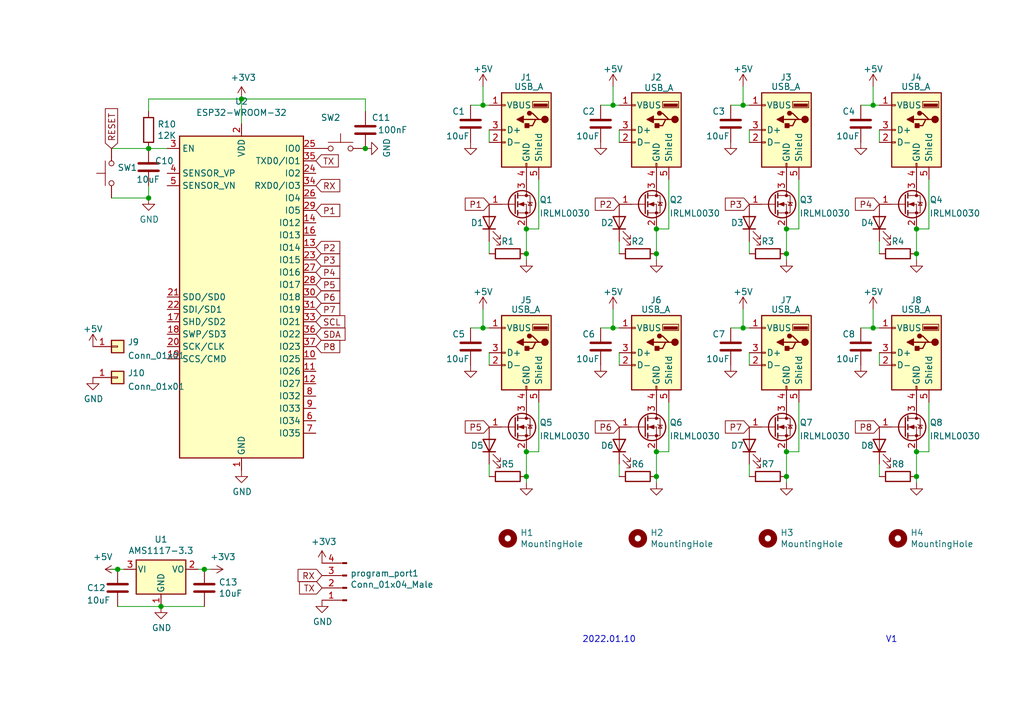
<source format=kicad_sch>
(kicad_sch (version 20211123) (generator eeschema)

  (uuid e63e39d7-6ac0-4ffd-8aa3-1841a4541b55)

  (paper "A5")

  (lib_symbols
    (symbol "Connector:Conn_01x04_Male" (pin_names (offset 1.016) hide) (in_bom yes) (on_board yes)
      (property "Reference" "J" (id 0) (at 0 5.08 0)
        (effects (font (size 1.27 1.27)))
      )
      (property "Value" "Conn_01x04_Male" (id 1) (at 0 -7.62 0)
        (effects (font (size 1.27 1.27)))
      )
      (property "Footprint" "" (id 2) (at 0 0 0)
        (effects (font (size 1.27 1.27)) hide)
      )
      (property "Datasheet" "~" (id 3) (at 0 0 0)
        (effects (font (size 1.27 1.27)) hide)
      )
      (property "ki_keywords" "connector" (id 4) (at 0 0 0)
        (effects (font (size 1.27 1.27)) hide)
      )
      (property "ki_description" "Generic connector, single row, 01x04, script generated (kicad-library-utils/schlib/autogen/connector/)" (id 5) (at 0 0 0)
        (effects (font (size 1.27 1.27)) hide)
      )
      (property "ki_fp_filters" "Connector*:*_1x??_*" (id 6) (at 0 0 0)
        (effects (font (size 1.27 1.27)) hide)
      )
      (symbol "Conn_01x04_Male_1_1"
        (polyline
          (pts
            (xy 1.27 -5.08)
            (xy 0.8636 -5.08)
          )
          (stroke (width 0.1524) (type default) (color 0 0 0 0))
          (fill (type none))
        )
        (polyline
          (pts
            (xy 1.27 -2.54)
            (xy 0.8636 -2.54)
          )
          (stroke (width 0.1524) (type default) (color 0 0 0 0))
          (fill (type none))
        )
        (polyline
          (pts
            (xy 1.27 0)
            (xy 0.8636 0)
          )
          (stroke (width 0.1524) (type default) (color 0 0 0 0))
          (fill (type none))
        )
        (polyline
          (pts
            (xy 1.27 2.54)
            (xy 0.8636 2.54)
          )
          (stroke (width 0.1524) (type default) (color 0 0 0 0))
          (fill (type none))
        )
        (rectangle (start 0.8636 -4.953) (end 0 -5.207)
          (stroke (width 0.1524) (type default) (color 0 0 0 0))
          (fill (type outline))
        )
        (rectangle (start 0.8636 -2.413) (end 0 -2.667)
          (stroke (width 0.1524) (type default) (color 0 0 0 0))
          (fill (type outline))
        )
        (rectangle (start 0.8636 0.127) (end 0 -0.127)
          (stroke (width 0.1524) (type default) (color 0 0 0 0))
          (fill (type outline))
        )
        (rectangle (start 0.8636 2.667) (end 0 2.413)
          (stroke (width 0.1524) (type default) (color 0 0 0 0))
          (fill (type outline))
        )
        (pin passive line (at 5.08 2.54 180) (length 3.81)
          (name "Pin_1" (effects (font (size 1.27 1.27))))
          (number "1" (effects (font (size 1.27 1.27))))
        )
        (pin passive line (at 5.08 0 180) (length 3.81)
          (name "Pin_2" (effects (font (size 1.27 1.27))))
          (number "2" (effects (font (size 1.27 1.27))))
        )
        (pin passive line (at 5.08 -2.54 180) (length 3.81)
          (name "Pin_3" (effects (font (size 1.27 1.27))))
          (number "3" (effects (font (size 1.27 1.27))))
        )
        (pin passive line (at 5.08 -5.08 180) (length 3.81)
          (name "Pin_4" (effects (font (size 1.27 1.27))))
          (number "4" (effects (font (size 1.27 1.27))))
        )
      )
    )
    (symbol "Connector:USB_A" (pin_names (offset 1.016)) (in_bom yes) (on_board yes)
      (property "Reference" "J" (id 0) (at -5.08 11.43 0)
        (effects (font (size 1.27 1.27)) (justify left))
      )
      (property "Value" "USB_A" (id 1) (at -5.08 8.89 0)
        (effects (font (size 1.27 1.27)) (justify left))
      )
      (property "Footprint" "" (id 2) (at 3.81 -1.27 0)
        (effects (font (size 1.27 1.27)) hide)
      )
      (property "Datasheet" " ~" (id 3) (at 3.81 -1.27 0)
        (effects (font (size 1.27 1.27)) hide)
      )
      (property "ki_keywords" "connector USB" (id 4) (at 0 0 0)
        (effects (font (size 1.27 1.27)) hide)
      )
      (property "ki_description" "USB Type A connector" (id 5) (at 0 0 0)
        (effects (font (size 1.27 1.27)) hide)
      )
      (property "ki_fp_filters" "USB*" (id 6) (at 0 0 0)
        (effects (font (size 1.27 1.27)) hide)
      )
      (symbol "USB_A_0_1"
        (rectangle (start -5.08 -7.62) (end 5.08 7.62)
          (stroke (width 0.254) (type default) (color 0 0 0 0))
          (fill (type background))
        )
        (circle (center -3.81 2.159) (radius 0.635)
          (stroke (width 0.254) (type default) (color 0 0 0 0))
          (fill (type outline))
        )
        (rectangle (start -1.524 4.826) (end -4.318 5.334)
          (stroke (width 0) (type default) (color 0 0 0 0))
          (fill (type outline))
        )
        (rectangle (start -1.27 4.572) (end -4.572 5.842)
          (stroke (width 0) (type default) (color 0 0 0 0))
          (fill (type none))
        )
        (circle (center -0.635 3.429) (radius 0.381)
          (stroke (width 0.254) (type default) (color 0 0 0 0))
          (fill (type outline))
        )
        (rectangle (start -0.127 -7.62) (end 0.127 -6.858)
          (stroke (width 0) (type default) (color 0 0 0 0))
          (fill (type none))
        )
        (polyline
          (pts
            (xy -3.175 2.159)
            (xy -2.54 2.159)
            (xy -1.27 3.429)
            (xy -0.635 3.429)
          )
          (stroke (width 0.254) (type default) (color 0 0 0 0))
          (fill (type none))
        )
        (polyline
          (pts
            (xy -2.54 2.159)
            (xy -1.905 2.159)
            (xy -1.27 0.889)
            (xy 0 0.889)
          )
          (stroke (width 0.254) (type default) (color 0 0 0 0))
          (fill (type none))
        )
        (polyline
          (pts
            (xy 0.635 2.794)
            (xy 0.635 1.524)
            (xy 1.905 2.159)
            (xy 0.635 2.794)
          )
          (stroke (width 0.254) (type default) (color 0 0 0 0))
          (fill (type outline))
        )
        (rectangle (start 0.254 1.27) (end -0.508 0.508)
          (stroke (width 0.254) (type default) (color 0 0 0 0))
          (fill (type outline))
        )
        (rectangle (start 5.08 -2.667) (end 4.318 -2.413)
          (stroke (width 0) (type default) (color 0 0 0 0))
          (fill (type none))
        )
        (rectangle (start 5.08 -0.127) (end 4.318 0.127)
          (stroke (width 0) (type default) (color 0 0 0 0))
          (fill (type none))
        )
        (rectangle (start 5.08 4.953) (end 4.318 5.207)
          (stroke (width 0) (type default) (color 0 0 0 0))
          (fill (type none))
        )
      )
      (symbol "USB_A_1_1"
        (polyline
          (pts
            (xy -1.905 2.159)
            (xy 0.635 2.159)
          )
          (stroke (width 0.254) (type default) (color 0 0 0 0))
          (fill (type none))
        )
        (pin power_in line (at 7.62 5.08 180) (length 2.54)
          (name "VBUS" (effects (font (size 1.27 1.27))))
          (number "1" (effects (font (size 1.27 1.27))))
        )
        (pin bidirectional line (at 7.62 -2.54 180) (length 2.54)
          (name "D-" (effects (font (size 1.27 1.27))))
          (number "2" (effects (font (size 1.27 1.27))))
        )
        (pin bidirectional line (at 7.62 0 180) (length 2.54)
          (name "D+" (effects (font (size 1.27 1.27))))
          (number "3" (effects (font (size 1.27 1.27))))
        )
        (pin power_in line (at 0 -10.16 90) (length 2.54)
          (name "GND" (effects (font (size 1.27 1.27))))
          (number "4" (effects (font (size 1.27 1.27))))
        )
        (pin passive line (at -2.54 -10.16 90) (length 2.54)
          (name "Shield" (effects (font (size 1.27 1.27))))
          (number "5" (effects (font (size 1.27 1.27))))
        )
      )
    )
    (symbol "Connector_Generic:Conn_01x01" (pin_names (offset 1.016) hide) (in_bom yes) (on_board yes)
      (property "Reference" "J" (id 0) (at 0 2.54 0)
        (effects (font (size 1.27 1.27)))
      )
      (property "Value" "Conn_01x01" (id 1) (at 0 -2.54 0)
        (effects (font (size 1.27 1.27)))
      )
      (property "Footprint" "" (id 2) (at 0 0 0)
        (effects (font (size 1.27 1.27)) hide)
      )
      (property "Datasheet" "~" (id 3) (at 0 0 0)
        (effects (font (size 1.27 1.27)) hide)
      )
      (property "ki_keywords" "connector" (id 4) (at 0 0 0)
        (effects (font (size 1.27 1.27)) hide)
      )
      (property "ki_description" "Generic connector, single row, 01x01, script generated (kicad-library-utils/schlib/autogen/connector/)" (id 5) (at 0 0 0)
        (effects (font (size 1.27 1.27)) hide)
      )
      (property "ki_fp_filters" "Connector*:*_1x??_*" (id 6) (at 0 0 0)
        (effects (font (size 1.27 1.27)) hide)
      )
      (symbol "Conn_01x01_1_1"
        (rectangle (start -1.27 0.127) (end 0 -0.127)
          (stroke (width 0.1524) (type default) (color 0 0 0 0))
          (fill (type none))
        )
        (rectangle (start -1.27 1.27) (end 1.27 -1.27)
          (stroke (width 0.254) (type default) (color 0 0 0 0))
          (fill (type background))
        )
        (pin passive line (at -5.08 0 0) (length 3.81)
          (name "Pin_1" (effects (font (size 1.27 1.27))))
          (number "1" (effects (font (size 1.27 1.27))))
        )
      )
    )
    (symbol "Device:C" (pin_numbers hide) (pin_names (offset 0.254)) (in_bom yes) (on_board yes)
      (property "Reference" "C" (id 0) (at 0.635 2.54 0)
        (effects (font (size 1.27 1.27)) (justify left))
      )
      (property "Value" "C" (id 1) (at 0.635 -2.54 0)
        (effects (font (size 1.27 1.27)) (justify left))
      )
      (property "Footprint" "" (id 2) (at 0.9652 -3.81 0)
        (effects (font (size 1.27 1.27)) hide)
      )
      (property "Datasheet" "~" (id 3) (at 0 0 0)
        (effects (font (size 1.27 1.27)) hide)
      )
      (property "ki_keywords" "cap capacitor" (id 4) (at 0 0 0)
        (effects (font (size 1.27 1.27)) hide)
      )
      (property "ki_description" "Unpolarized capacitor" (id 5) (at 0 0 0)
        (effects (font (size 1.27 1.27)) hide)
      )
      (property "ki_fp_filters" "C_*" (id 6) (at 0 0 0)
        (effects (font (size 1.27 1.27)) hide)
      )
      (symbol "C_0_1"
        (polyline
          (pts
            (xy -2.032 -0.762)
            (xy 2.032 -0.762)
          )
          (stroke (width 0.508) (type default) (color 0 0 0 0))
          (fill (type none))
        )
        (polyline
          (pts
            (xy -2.032 0.762)
            (xy 2.032 0.762)
          )
          (stroke (width 0.508) (type default) (color 0 0 0 0))
          (fill (type none))
        )
      )
      (symbol "C_1_1"
        (pin passive line (at 0 3.81 270) (length 2.794)
          (name "~" (effects (font (size 1.27 1.27))))
          (number "1" (effects (font (size 1.27 1.27))))
        )
        (pin passive line (at 0 -3.81 90) (length 2.794)
          (name "~" (effects (font (size 1.27 1.27))))
          (number "2" (effects (font (size 1.27 1.27))))
        )
      )
    )
    (symbol "Device:LED" (pin_numbers hide) (pin_names (offset 1.016) hide) (in_bom yes) (on_board yes)
      (property "Reference" "D" (id 0) (at 0 2.54 0)
        (effects (font (size 1.27 1.27)))
      )
      (property "Value" "LED" (id 1) (at 0 -2.54 0)
        (effects (font (size 1.27 1.27)))
      )
      (property "Footprint" "" (id 2) (at 0 0 0)
        (effects (font (size 1.27 1.27)) hide)
      )
      (property "Datasheet" "~" (id 3) (at 0 0 0)
        (effects (font (size 1.27 1.27)) hide)
      )
      (property "ki_keywords" "LED diode" (id 4) (at 0 0 0)
        (effects (font (size 1.27 1.27)) hide)
      )
      (property "ki_description" "Light emitting diode" (id 5) (at 0 0 0)
        (effects (font (size 1.27 1.27)) hide)
      )
      (property "ki_fp_filters" "LED* LED_SMD:* LED_THT:*" (id 6) (at 0 0 0)
        (effects (font (size 1.27 1.27)) hide)
      )
      (symbol "LED_0_1"
        (polyline
          (pts
            (xy -1.27 -1.27)
            (xy -1.27 1.27)
          )
          (stroke (width 0.254) (type default) (color 0 0 0 0))
          (fill (type none))
        )
        (polyline
          (pts
            (xy -1.27 0)
            (xy 1.27 0)
          )
          (stroke (width 0) (type default) (color 0 0 0 0))
          (fill (type none))
        )
        (polyline
          (pts
            (xy 1.27 -1.27)
            (xy 1.27 1.27)
            (xy -1.27 0)
            (xy 1.27 -1.27)
          )
          (stroke (width 0.254) (type default) (color 0 0 0 0))
          (fill (type none))
        )
        (polyline
          (pts
            (xy -3.048 -0.762)
            (xy -4.572 -2.286)
            (xy -3.81 -2.286)
            (xy -4.572 -2.286)
            (xy -4.572 -1.524)
          )
          (stroke (width 0) (type default) (color 0 0 0 0))
          (fill (type none))
        )
        (polyline
          (pts
            (xy -1.778 -0.762)
            (xy -3.302 -2.286)
            (xy -2.54 -2.286)
            (xy -3.302 -2.286)
            (xy -3.302 -1.524)
          )
          (stroke (width 0) (type default) (color 0 0 0 0))
          (fill (type none))
        )
      )
      (symbol "LED_1_1"
        (pin passive line (at -3.81 0 0) (length 2.54)
          (name "K" (effects (font (size 1.27 1.27))))
          (number "1" (effects (font (size 1.27 1.27))))
        )
        (pin passive line (at 3.81 0 180) (length 2.54)
          (name "A" (effects (font (size 1.27 1.27))))
          (number "2" (effects (font (size 1.27 1.27))))
        )
      )
    )
    (symbol "Device:R" (pin_numbers hide) (pin_names (offset 0)) (in_bom yes) (on_board yes)
      (property "Reference" "R" (id 0) (at 2.032 0 90)
        (effects (font (size 1.27 1.27)))
      )
      (property "Value" "R" (id 1) (at 0 0 90)
        (effects (font (size 1.27 1.27)))
      )
      (property "Footprint" "" (id 2) (at -1.778 0 90)
        (effects (font (size 1.27 1.27)) hide)
      )
      (property "Datasheet" "~" (id 3) (at 0 0 0)
        (effects (font (size 1.27 1.27)) hide)
      )
      (property "ki_keywords" "R res resistor" (id 4) (at 0 0 0)
        (effects (font (size 1.27 1.27)) hide)
      )
      (property "ki_description" "Resistor" (id 5) (at 0 0 0)
        (effects (font (size 1.27 1.27)) hide)
      )
      (property "ki_fp_filters" "R_*" (id 6) (at 0 0 0)
        (effects (font (size 1.27 1.27)) hide)
      )
      (symbol "R_0_1"
        (rectangle (start -1.016 -2.54) (end 1.016 2.54)
          (stroke (width 0.254) (type default) (color 0 0 0 0))
          (fill (type none))
        )
      )
      (symbol "R_1_1"
        (pin passive line (at 0 3.81 270) (length 1.27)
          (name "~" (effects (font (size 1.27 1.27))))
          (number "1" (effects (font (size 1.27 1.27))))
        )
        (pin passive line (at 0 -3.81 90) (length 1.27)
          (name "~" (effects (font (size 1.27 1.27))))
          (number "2" (effects (font (size 1.27 1.27))))
        )
      )
    )
    (symbol "Mechanical:MountingHole" (pin_names (offset 1.016)) (in_bom yes) (on_board yes)
      (property "Reference" "H" (id 0) (at 0 5.08 0)
        (effects (font (size 1.27 1.27)))
      )
      (property "Value" "MountingHole" (id 1) (at 0 3.175 0)
        (effects (font (size 1.27 1.27)))
      )
      (property "Footprint" "" (id 2) (at 0 0 0)
        (effects (font (size 1.27 1.27)) hide)
      )
      (property "Datasheet" "~" (id 3) (at 0 0 0)
        (effects (font (size 1.27 1.27)) hide)
      )
      (property "ki_keywords" "mounting hole" (id 4) (at 0 0 0)
        (effects (font (size 1.27 1.27)) hide)
      )
      (property "ki_description" "Mounting Hole without connection" (id 5) (at 0 0 0)
        (effects (font (size 1.27 1.27)) hide)
      )
      (property "ki_fp_filters" "MountingHole*" (id 6) (at 0 0 0)
        (effects (font (size 1.27 1.27)) hide)
      )
      (symbol "MountingHole_0_1"
        (circle (center 0 0) (radius 1.27)
          (stroke (width 1.27) (type default) (color 0 0 0 0))
          (fill (type none))
        )
      )
    )
    (symbol "RF_Module:ESP32-WROOM-32" (in_bom yes) (on_board yes)
      (property "Reference" "U" (id 0) (at -12.7 34.29 0)
        (effects (font (size 1.27 1.27)) (justify left))
      )
      (property "Value" "ESP32-WROOM-32" (id 1) (at 1.27 34.29 0)
        (effects (font (size 1.27 1.27)) (justify left))
      )
      (property "Footprint" "RF_Module:ESP32-WROOM-32" (id 2) (at 0 -38.1 0)
        (effects (font (size 1.27 1.27)) hide)
      )
      (property "Datasheet" "https://www.espressif.com/sites/default/files/documentation/esp32-wroom-32_datasheet_en.pdf" (id 3) (at -7.62 1.27 0)
        (effects (font (size 1.27 1.27)) hide)
      )
      (property "ki_keywords" "RF Radio BT ESP ESP32 Espressif onboard PCB antenna" (id 4) (at 0 0 0)
        (effects (font (size 1.27 1.27)) hide)
      )
      (property "ki_description" "RF Module, ESP32-D0WDQ6 SoC, Wi-Fi 802.11b/g/n, Bluetooth, BLE, 32-bit, 2.7-3.6V, onboard antenna, SMD" (id 5) (at 0 0 0)
        (effects (font (size 1.27 1.27)) hide)
      )
      (property "ki_fp_filters" "ESP32?WROOM?32*" (id 6) (at 0 0 0)
        (effects (font (size 1.27 1.27)) hide)
      )
      (symbol "ESP32-WROOM-32_0_1"
        (rectangle (start -12.7 33.02) (end 12.7 -33.02)
          (stroke (width 0.254) (type default) (color 0 0 0 0))
          (fill (type background))
        )
      )
      (symbol "ESP32-WROOM-32_1_1"
        (pin power_in line (at 0 -35.56 90) (length 2.54)
          (name "GND" (effects (font (size 1.27 1.27))))
          (number "1" (effects (font (size 1.27 1.27))))
        )
        (pin bidirectional line (at 15.24 -12.7 180) (length 2.54)
          (name "IO25" (effects (font (size 1.27 1.27))))
          (number "10" (effects (font (size 1.27 1.27))))
        )
        (pin bidirectional line (at 15.24 -15.24 180) (length 2.54)
          (name "IO26" (effects (font (size 1.27 1.27))))
          (number "11" (effects (font (size 1.27 1.27))))
        )
        (pin bidirectional line (at 15.24 -17.78 180) (length 2.54)
          (name "IO27" (effects (font (size 1.27 1.27))))
          (number "12" (effects (font (size 1.27 1.27))))
        )
        (pin bidirectional line (at 15.24 10.16 180) (length 2.54)
          (name "IO14" (effects (font (size 1.27 1.27))))
          (number "13" (effects (font (size 1.27 1.27))))
        )
        (pin bidirectional line (at 15.24 15.24 180) (length 2.54)
          (name "IO12" (effects (font (size 1.27 1.27))))
          (number "14" (effects (font (size 1.27 1.27))))
        )
        (pin passive line (at 0 -35.56 90) (length 2.54) hide
          (name "GND" (effects (font (size 1.27 1.27))))
          (number "15" (effects (font (size 1.27 1.27))))
        )
        (pin bidirectional line (at 15.24 12.7 180) (length 2.54)
          (name "IO13" (effects (font (size 1.27 1.27))))
          (number "16" (effects (font (size 1.27 1.27))))
        )
        (pin bidirectional line (at -15.24 -5.08 0) (length 2.54)
          (name "SHD/SD2" (effects (font (size 1.27 1.27))))
          (number "17" (effects (font (size 1.27 1.27))))
        )
        (pin bidirectional line (at -15.24 -7.62 0) (length 2.54)
          (name "SWP/SD3" (effects (font (size 1.27 1.27))))
          (number "18" (effects (font (size 1.27 1.27))))
        )
        (pin bidirectional line (at -15.24 -12.7 0) (length 2.54)
          (name "SCS/CMD" (effects (font (size 1.27 1.27))))
          (number "19" (effects (font (size 1.27 1.27))))
        )
        (pin power_in line (at 0 35.56 270) (length 2.54)
          (name "VDD" (effects (font (size 1.27 1.27))))
          (number "2" (effects (font (size 1.27 1.27))))
        )
        (pin bidirectional line (at -15.24 -10.16 0) (length 2.54)
          (name "SCK/CLK" (effects (font (size 1.27 1.27))))
          (number "20" (effects (font (size 1.27 1.27))))
        )
        (pin bidirectional line (at -15.24 0 0) (length 2.54)
          (name "SDO/SD0" (effects (font (size 1.27 1.27))))
          (number "21" (effects (font (size 1.27 1.27))))
        )
        (pin bidirectional line (at -15.24 -2.54 0) (length 2.54)
          (name "SDI/SD1" (effects (font (size 1.27 1.27))))
          (number "22" (effects (font (size 1.27 1.27))))
        )
        (pin bidirectional line (at 15.24 7.62 180) (length 2.54)
          (name "IO15" (effects (font (size 1.27 1.27))))
          (number "23" (effects (font (size 1.27 1.27))))
        )
        (pin bidirectional line (at 15.24 25.4 180) (length 2.54)
          (name "IO2" (effects (font (size 1.27 1.27))))
          (number "24" (effects (font (size 1.27 1.27))))
        )
        (pin bidirectional line (at 15.24 30.48 180) (length 2.54)
          (name "IO0" (effects (font (size 1.27 1.27))))
          (number "25" (effects (font (size 1.27 1.27))))
        )
        (pin bidirectional line (at 15.24 20.32 180) (length 2.54)
          (name "IO4" (effects (font (size 1.27 1.27))))
          (number "26" (effects (font (size 1.27 1.27))))
        )
        (pin bidirectional line (at 15.24 5.08 180) (length 2.54)
          (name "IO16" (effects (font (size 1.27 1.27))))
          (number "27" (effects (font (size 1.27 1.27))))
        )
        (pin bidirectional line (at 15.24 2.54 180) (length 2.54)
          (name "IO17" (effects (font (size 1.27 1.27))))
          (number "28" (effects (font (size 1.27 1.27))))
        )
        (pin bidirectional line (at 15.24 17.78 180) (length 2.54)
          (name "IO5" (effects (font (size 1.27 1.27))))
          (number "29" (effects (font (size 1.27 1.27))))
        )
        (pin input line (at -15.24 30.48 0) (length 2.54)
          (name "EN" (effects (font (size 1.27 1.27))))
          (number "3" (effects (font (size 1.27 1.27))))
        )
        (pin bidirectional line (at 15.24 0 180) (length 2.54)
          (name "IO18" (effects (font (size 1.27 1.27))))
          (number "30" (effects (font (size 1.27 1.27))))
        )
        (pin bidirectional line (at 15.24 -2.54 180) (length 2.54)
          (name "IO19" (effects (font (size 1.27 1.27))))
          (number "31" (effects (font (size 1.27 1.27))))
        )
        (pin no_connect line (at -12.7 -27.94 0) (length 2.54) hide
          (name "NC" (effects (font (size 1.27 1.27))))
          (number "32" (effects (font (size 1.27 1.27))))
        )
        (pin bidirectional line (at 15.24 -5.08 180) (length 2.54)
          (name "IO21" (effects (font (size 1.27 1.27))))
          (number "33" (effects (font (size 1.27 1.27))))
        )
        (pin bidirectional line (at 15.24 22.86 180) (length 2.54)
          (name "RXD0/IO3" (effects (font (size 1.27 1.27))))
          (number "34" (effects (font (size 1.27 1.27))))
        )
        (pin bidirectional line (at 15.24 27.94 180) (length 2.54)
          (name "TXD0/IO1" (effects (font (size 1.27 1.27))))
          (number "35" (effects (font (size 1.27 1.27))))
        )
        (pin bidirectional line (at 15.24 -7.62 180) (length 2.54)
          (name "IO22" (effects (font (size 1.27 1.27))))
          (number "36" (effects (font (size 1.27 1.27))))
        )
        (pin bidirectional line (at 15.24 -10.16 180) (length 2.54)
          (name "IO23" (effects (font (size 1.27 1.27))))
          (number "37" (effects (font (size 1.27 1.27))))
        )
        (pin passive line (at 0 -35.56 90) (length 2.54) hide
          (name "GND" (effects (font (size 1.27 1.27))))
          (number "38" (effects (font (size 1.27 1.27))))
        )
        (pin passive line (at 0 -35.56 90) (length 2.54) hide
          (name "GND" (effects (font (size 1.27 1.27))))
          (number "39" (effects (font (size 1.27 1.27))))
        )
        (pin input line (at -15.24 25.4 0) (length 2.54)
          (name "SENSOR_VP" (effects (font (size 1.27 1.27))))
          (number "4" (effects (font (size 1.27 1.27))))
        )
        (pin input line (at -15.24 22.86 0) (length 2.54)
          (name "SENSOR_VN" (effects (font (size 1.27 1.27))))
          (number "5" (effects (font (size 1.27 1.27))))
        )
        (pin input line (at 15.24 -25.4 180) (length 2.54)
          (name "IO34" (effects (font (size 1.27 1.27))))
          (number "6" (effects (font (size 1.27 1.27))))
        )
        (pin input line (at 15.24 -27.94 180) (length 2.54)
          (name "IO35" (effects (font (size 1.27 1.27))))
          (number "7" (effects (font (size 1.27 1.27))))
        )
        (pin bidirectional line (at 15.24 -20.32 180) (length 2.54)
          (name "IO32" (effects (font (size 1.27 1.27))))
          (number "8" (effects (font (size 1.27 1.27))))
        )
        (pin bidirectional line (at 15.24 -22.86 180) (length 2.54)
          (name "IO33" (effects (font (size 1.27 1.27))))
          (number "9" (effects (font (size 1.27 1.27))))
        )
      )
    )
    (symbol "Regulator_Linear:AMS1117-3.3" (pin_names (offset 0.254)) (in_bom yes) (on_board yes)
      (property "Reference" "U" (id 0) (at -3.81 3.175 0)
        (effects (font (size 1.27 1.27)))
      )
      (property "Value" "AMS1117-3.3" (id 1) (at 0 3.175 0)
        (effects (font (size 1.27 1.27)) (justify left))
      )
      (property "Footprint" "Package_TO_SOT_SMD:SOT-223-3_TabPin2" (id 2) (at 0 5.08 0)
        (effects (font (size 1.27 1.27)) hide)
      )
      (property "Datasheet" "http://www.advanced-monolithic.com/pdf/ds1117.pdf" (id 3) (at 2.54 -6.35 0)
        (effects (font (size 1.27 1.27)) hide)
      )
      (property "ki_keywords" "linear regulator ldo fixed positive" (id 4) (at 0 0 0)
        (effects (font (size 1.27 1.27)) hide)
      )
      (property "ki_description" "1A Low Dropout regulator, positive, 3.3V fixed output, SOT-223" (id 5) (at 0 0 0)
        (effects (font (size 1.27 1.27)) hide)
      )
      (property "ki_fp_filters" "SOT?223*TabPin2*" (id 6) (at 0 0 0)
        (effects (font (size 1.27 1.27)) hide)
      )
      (symbol "AMS1117-3.3_0_1"
        (rectangle (start -5.08 -5.08) (end 5.08 1.905)
          (stroke (width 0.254) (type default) (color 0 0 0 0))
          (fill (type background))
        )
      )
      (symbol "AMS1117-3.3_1_1"
        (pin power_in line (at 0 -7.62 90) (length 2.54)
          (name "GND" (effects (font (size 1.27 1.27))))
          (number "1" (effects (font (size 1.27 1.27))))
        )
        (pin power_out line (at 7.62 0 180) (length 2.54)
          (name "VO" (effects (font (size 1.27 1.27))))
          (number "2" (effects (font (size 1.27 1.27))))
        )
        (pin power_in line (at -7.62 0 0) (length 2.54)
          (name "VI" (effects (font (size 1.27 1.27))))
          (number "3" (effects (font (size 1.27 1.27))))
        )
      )
    )
    (symbol "Switch:SW_Push" (pin_numbers hide) (pin_names (offset 1.016) hide) (in_bom yes) (on_board yes)
      (property "Reference" "SW" (id 0) (at 1.27 2.54 0)
        (effects (font (size 1.27 1.27)) (justify left))
      )
      (property "Value" "SW_Push" (id 1) (at 0 -1.524 0)
        (effects (font (size 1.27 1.27)))
      )
      (property "Footprint" "" (id 2) (at 0 5.08 0)
        (effects (font (size 1.27 1.27)) hide)
      )
      (property "Datasheet" "~" (id 3) (at 0 5.08 0)
        (effects (font (size 1.27 1.27)) hide)
      )
      (property "ki_keywords" "switch normally-open pushbutton push-button" (id 4) (at 0 0 0)
        (effects (font (size 1.27 1.27)) hide)
      )
      (property "ki_description" "Push button switch, generic, two pins" (id 5) (at 0 0 0)
        (effects (font (size 1.27 1.27)) hide)
      )
      (symbol "SW_Push_0_1"
        (circle (center -2.032 0) (radius 0.508)
          (stroke (width 0) (type default) (color 0 0 0 0))
          (fill (type none))
        )
        (polyline
          (pts
            (xy 0 1.27)
            (xy 0 3.048)
          )
          (stroke (width 0) (type default) (color 0 0 0 0))
          (fill (type none))
        )
        (polyline
          (pts
            (xy 2.54 1.27)
            (xy -2.54 1.27)
          )
          (stroke (width 0) (type default) (color 0 0 0 0))
          (fill (type none))
        )
        (circle (center 2.032 0) (radius 0.508)
          (stroke (width 0) (type default) (color 0 0 0 0))
          (fill (type none))
        )
        (pin passive line (at -5.08 0 0) (length 2.54)
          (name "1" (effects (font (size 1.27 1.27))))
          (number "1" (effects (font (size 1.27 1.27))))
        )
        (pin passive line (at 5.08 0 180) (length 2.54)
          (name "2" (effects (font (size 1.27 1.27))))
          (number "2" (effects (font (size 1.27 1.27))))
        )
      )
    )
    (symbol "Transistor_FET:IRLML0030" (pin_names hide) (in_bom yes) (on_board yes)
      (property "Reference" "Q" (id 0) (at 5.08 1.905 0)
        (effects (font (size 1.27 1.27)) (justify left))
      )
      (property "Value" "IRLML0030" (id 1) (at 5.08 0 0)
        (effects (font (size 1.27 1.27)) (justify left))
      )
      (property "Footprint" "Package_TO_SOT_SMD:SOT-23" (id 2) (at 5.08 -1.905 0)
        (effects (font (size 1.27 1.27) italic) (justify left) hide)
      )
      (property "Datasheet" "https://www.infineon.com/dgdl/irlml0030pbf.pdf?fileId=5546d462533600a401535664773825df" (id 3) (at 0 0 0)
        (effects (font (size 1.27 1.27)) (justify left) hide)
      )
      (property "ki_keywords" "N-Channel HEXFET MOSFET Logic-Level" (id 4) (at 0 0 0)
        (effects (font (size 1.27 1.27)) hide)
      )
      (property "ki_description" "5.3A Id, 30V Vds, 27mOhm Rds, N-Channel HEXFET Power MOSFET, SOT-23" (id 5) (at 0 0 0)
        (effects (font (size 1.27 1.27)) hide)
      )
      (property "ki_fp_filters" "SOT?23*" (id 6) (at 0 0 0)
        (effects (font (size 1.27 1.27)) hide)
      )
      (symbol "IRLML0030_0_1"
        (polyline
          (pts
            (xy 0.254 0)
            (xy -2.54 0)
          )
          (stroke (width 0) (type default) (color 0 0 0 0))
          (fill (type none))
        )
        (polyline
          (pts
            (xy 0.254 1.905)
            (xy 0.254 -1.905)
          )
          (stroke (width 0.254) (type default) (color 0 0 0 0))
          (fill (type none))
        )
        (polyline
          (pts
            (xy 0.762 -1.27)
            (xy 0.762 -2.286)
          )
          (stroke (width 0.254) (type default) (color 0 0 0 0))
          (fill (type none))
        )
        (polyline
          (pts
            (xy 0.762 0.508)
            (xy 0.762 -0.508)
          )
          (stroke (width 0.254) (type default) (color 0 0 0 0))
          (fill (type none))
        )
        (polyline
          (pts
            (xy 0.762 2.286)
            (xy 0.762 1.27)
          )
          (stroke (width 0.254) (type default) (color 0 0 0 0))
          (fill (type none))
        )
        (polyline
          (pts
            (xy 2.54 2.54)
            (xy 2.54 1.778)
          )
          (stroke (width 0) (type default) (color 0 0 0 0))
          (fill (type none))
        )
        (polyline
          (pts
            (xy 2.54 -2.54)
            (xy 2.54 0)
            (xy 0.762 0)
          )
          (stroke (width 0) (type default) (color 0 0 0 0))
          (fill (type none))
        )
        (polyline
          (pts
            (xy 0.762 -1.778)
            (xy 3.302 -1.778)
            (xy 3.302 1.778)
            (xy 0.762 1.778)
          )
          (stroke (width 0) (type default) (color 0 0 0 0))
          (fill (type none))
        )
        (polyline
          (pts
            (xy 1.016 0)
            (xy 2.032 0.381)
            (xy 2.032 -0.381)
            (xy 1.016 0)
          )
          (stroke (width 0) (type default) (color 0 0 0 0))
          (fill (type outline))
        )
        (polyline
          (pts
            (xy 2.794 0.508)
            (xy 2.921 0.381)
            (xy 3.683 0.381)
            (xy 3.81 0.254)
          )
          (stroke (width 0) (type default) (color 0 0 0 0))
          (fill (type none))
        )
        (polyline
          (pts
            (xy 3.302 0.381)
            (xy 2.921 -0.254)
            (xy 3.683 -0.254)
            (xy 3.302 0.381)
          )
          (stroke (width 0) (type default) (color 0 0 0 0))
          (fill (type none))
        )
        (circle (center 1.651 0) (radius 2.794)
          (stroke (width 0.254) (type default) (color 0 0 0 0))
          (fill (type none))
        )
        (circle (center 2.54 -1.778) (radius 0.254)
          (stroke (width 0) (type default) (color 0 0 0 0))
          (fill (type outline))
        )
        (circle (center 2.54 1.778) (radius 0.254)
          (stroke (width 0) (type default) (color 0 0 0 0))
          (fill (type outline))
        )
      )
      (symbol "IRLML0030_1_1"
        (pin input line (at -5.08 0 0) (length 2.54)
          (name "G" (effects (font (size 1.27 1.27))))
          (number "1" (effects (font (size 1.27 1.27))))
        )
        (pin passive line (at 2.54 -5.08 90) (length 2.54)
          (name "S" (effects (font (size 1.27 1.27))))
          (number "2" (effects (font (size 1.27 1.27))))
        )
        (pin passive line (at 2.54 5.08 270) (length 2.54)
          (name "D" (effects (font (size 1.27 1.27))))
          (number "3" (effects (font (size 1.27 1.27))))
        )
      )
    )
    (symbol "power:+3.3V" (power) (pin_names (offset 0)) (in_bom yes) (on_board yes)
      (property "Reference" "#PWR" (id 0) (at 0 -3.81 0)
        (effects (font (size 1.27 1.27)) hide)
      )
      (property "Value" "+3.3V" (id 1) (at 0 3.556 0)
        (effects (font (size 1.27 1.27)))
      )
      (property "Footprint" "" (id 2) (at 0 0 0)
        (effects (font (size 1.27 1.27)) hide)
      )
      (property "Datasheet" "" (id 3) (at 0 0 0)
        (effects (font (size 1.27 1.27)) hide)
      )
      (property "ki_keywords" "power-flag" (id 4) (at 0 0 0)
        (effects (font (size 1.27 1.27)) hide)
      )
      (property "ki_description" "Power symbol creates a global label with name \"+3.3V\"" (id 5) (at 0 0 0)
        (effects (font (size 1.27 1.27)) hide)
      )
      (symbol "+3.3V_0_1"
        (polyline
          (pts
            (xy -0.762 1.27)
            (xy 0 2.54)
          )
          (stroke (width 0) (type default) (color 0 0 0 0))
          (fill (type none))
        )
        (polyline
          (pts
            (xy 0 0)
            (xy 0 2.54)
          )
          (stroke (width 0) (type default) (color 0 0 0 0))
          (fill (type none))
        )
        (polyline
          (pts
            (xy 0 2.54)
            (xy 0.762 1.27)
          )
          (stroke (width 0) (type default) (color 0 0 0 0))
          (fill (type none))
        )
      )
      (symbol "+3.3V_1_1"
        (pin power_in line (at 0 0 90) (length 0) hide
          (name "+3V3" (effects (font (size 1.27 1.27))))
          (number "1" (effects (font (size 1.27 1.27))))
        )
      )
    )
    (symbol "power:+5V" (power) (pin_names (offset 0)) (in_bom yes) (on_board yes)
      (property "Reference" "#PWR" (id 0) (at 0 -3.81 0)
        (effects (font (size 1.27 1.27)) hide)
      )
      (property "Value" "+5V" (id 1) (at 0 3.556 0)
        (effects (font (size 1.27 1.27)))
      )
      (property "Footprint" "" (id 2) (at 0 0 0)
        (effects (font (size 1.27 1.27)) hide)
      )
      (property "Datasheet" "" (id 3) (at 0 0 0)
        (effects (font (size 1.27 1.27)) hide)
      )
      (property "ki_keywords" "power-flag" (id 4) (at 0 0 0)
        (effects (font (size 1.27 1.27)) hide)
      )
      (property "ki_description" "Power symbol creates a global label with name \"+5V\"" (id 5) (at 0 0 0)
        (effects (font (size 1.27 1.27)) hide)
      )
      (symbol "+5V_0_1"
        (polyline
          (pts
            (xy -0.762 1.27)
            (xy 0 2.54)
          )
          (stroke (width 0) (type default) (color 0 0 0 0))
          (fill (type none))
        )
        (polyline
          (pts
            (xy 0 0)
            (xy 0 2.54)
          )
          (stroke (width 0) (type default) (color 0 0 0 0))
          (fill (type none))
        )
        (polyline
          (pts
            (xy 0 2.54)
            (xy 0.762 1.27)
          )
          (stroke (width 0) (type default) (color 0 0 0 0))
          (fill (type none))
        )
      )
      (symbol "+5V_1_1"
        (pin power_in line (at 0 0 90) (length 0) hide
          (name "+5V" (effects (font (size 1.27 1.27))))
          (number "1" (effects (font (size 1.27 1.27))))
        )
      )
    )
    (symbol "power:GND" (power) (pin_names (offset 0)) (in_bom yes) (on_board yes)
      (property "Reference" "#PWR" (id 0) (at 0 -6.35 0)
        (effects (font (size 1.27 1.27)) hide)
      )
      (property "Value" "GND" (id 1) (at 0 -3.81 0)
        (effects (font (size 1.27 1.27)))
      )
      (property "Footprint" "" (id 2) (at 0 0 0)
        (effects (font (size 1.27 1.27)) hide)
      )
      (property "Datasheet" "" (id 3) (at 0 0 0)
        (effects (font (size 1.27 1.27)) hide)
      )
      (property "ki_keywords" "power-flag" (id 4) (at 0 0 0)
        (effects (font (size 1.27 1.27)) hide)
      )
      (property "ki_description" "Power symbol creates a global label with name \"GND\" , ground" (id 5) (at 0 0 0)
        (effects (font (size 1.27 1.27)) hide)
      )
      (symbol "GND_0_1"
        (polyline
          (pts
            (xy 0 0)
            (xy 0 -1.27)
            (xy 1.27 -1.27)
            (xy 0 -2.54)
            (xy -1.27 -1.27)
            (xy 0 -1.27)
          )
          (stroke (width 0) (type default) (color 0 0 0 0))
          (fill (type none))
        )
      )
      (symbol "GND_1_1"
        (pin power_in line (at 0 0 270) (length 0) hide
          (name "GND" (effects (font (size 1.27 1.27))))
          (number "1" (effects (font (size 1.27 1.27))))
        )
      )
    )
  )

  (junction (at 107.95 52.07) (diameter 0) (color 0 0 0 0)
    (uuid 0a65a8c7-157b-41e3-83d2-d51097bf75b9)
  )
  (junction (at 107.95 46.99) (diameter 0) (color 0 0 0 0)
    (uuid 1102a4e3-69d7-47d2-a8dc-28245b8e76d4)
  )
  (junction (at 134.62 52.07) (diameter 0) (color 0 0 0 0)
    (uuid 1399cd1c-35ca-4b0c-9cc7-b22e0beb3621)
  )
  (junction (at 41.91 116.84) (diameter 0) (color 0 0 0 0)
    (uuid 13f158d0-6998-4cbd-91e0-ed4b475ac7f2)
  )
  (junction (at 49.53 20.32) (diameter 0) (color 0 0 0 0)
    (uuid 1f57d5d7-67a7-421b-b3d0-944020a5efc2)
  )
  (junction (at 30.48 40.64) (diameter 0) (color 0 0 0 0)
    (uuid 2bb755e2-ab74-4a72-8d6b-37c3b1bac068)
  )
  (junction (at 179.07 21.59) (diameter 0) (color 0 0 0 0)
    (uuid 2c6726dd-7db7-4f7c-9e5a-2b66da088eab)
  )
  (junction (at 107.95 97.79) (diameter 0) (color 0 0 0 0)
    (uuid 38594de0-ea3f-4cc5-beba-43176cdc4c07)
  )
  (junction (at 179.07 67.31) (diameter 0) (color 0 0 0 0)
    (uuid 3c755ea8-3b90-48ce-9290-7ea72e6e5102)
  )
  (junction (at 24.13 116.84) (diameter 0) (color 0 0 0 0)
    (uuid 610b1731-3aab-48da-98e7-c4ff315aa928)
  )
  (junction (at 187.96 52.07) (diameter 0) (color 0 0 0 0)
    (uuid 719fde04-8d2a-4c74-a399-5072c67c472a)
  )
  (junction (at 33.02 124.46) (diameter 0) (color 0 0 0 0)
    (uuid 7b0f37ab-ccb0-4702-bad4-b8f648b499b2)
  )
  (junction (at 107.95 92.71) (diameter 0) (color 0 0 0 0)
    (uuid 84c0baf5-7fde-48d2-a3a8-07cca3cb7900)
  )
  (junction (at 99.06 67.31) (diameter 0) (color 0 0 0 0)
    (uuid 84c48d8a-ae58-4c5d-9bb3-17ce223e5195)
  )
  (junction (at 161.29 97.79) (diameter 0) (color 0 0 0 0)
    (uuid 8a6111c2-fa85-4d87-adcf-dafee1d496e7)
  )
  (junction (at 161.29 46.99) (diameter 0) (color 0 0 0 0)
    (uuid 9181c581-bd00-4062-8f4b-639d0d377ef1)
  )
  (junction (at 161.29 52.07) (diameter 0) (color 0 0 0 0)
    (uuid a354a12f-3a35-48b4-9988-5d8dbdf7ea0a)
  )
  (junction (at 74.93 30.48) (diameter 0) (color 0 0 0 0)
    (uuid a4c17dce-9fe8-4277-94dd-74a4b8a360cf)
  )
  (junction (at 125.73 67.31) (diameter 0) (color 0 0 0 0)
    (uuid b01afebd-b6f2-414a-92c4-a2ca553cda87)
  )
  (junction (at 125.73 21.59) (diameter 0) (color 0 0 0 0)
    (uuid bc5901fc-c8bc-4a4d-85b4-041427396cd1)
  )
  (junction (at 134.62 97.79) (diameter 0) (color 0 0 0 0)
    (uuid bed91a83-d89c-4028-b192-fe6aab045bc2)
  )
  (junction (at 152.4 21.59) (diameter 0) (color 0 0 0 0)
    (uuid bfbd0d39-ad6c-45ff-a417-70fc2dce7475)
  )
  (junction (at 134.62 92.71) (diameter 0) (color 0 0 0 0)
    (uuid c52965fc-59e0-4212-9a3b-35e7803ea8f4)
  )
  (junction (at 152.4 67.31) (diameter 0) (color 0 0 0 0)
    (uuid caf79a2a-2ba0-49a3-a729-5181ff706676)
  )
  (junction (at 187.96 92.71) (diameter 0) (color 0 0 0 0)
    (uuid d5a27d5d-076b-4fb5-847e-170e72b9003d)
  )
  (junction (at 134.62 46.99) (diameter 0) (color 0 0 0 0)
    (uuid d5bfd204-bdf3-483f-a0cb-6ae7a83682cc)
  )
  (junction (at 187.96 46.99) (diameter 0) (color 0 0 0 0)
    (uuid dedbc3c0-1e61-42ef-923f-c142757a8f8f)
  )
  (junction (at 161.29 92.71) (diameter 0) (color 0 0 0 0)
    (uuid e547d699-738e-423b-a59f-29866d814651)
  )
  (junction (at 30.48 30.48) (diameter 0) (color 0 0 0 0)
    (uuid ef6e5f4e-a317-4016-a599-acba0e08badc)
  )
  (junction (at 187.96 97.79) (diameter 0) (color 0 0 0 0)
    (uuid f0c3052c-1cd9-43ec-abdf-2d5e6503e296)
  )
  (junction (at 99.06 21.59) (diameter 0) (color 0 0 0 0)
    (uuid fe3bd807-98a2-44e9-9eb1-1ffca908639e)
  )

  (wire (pts (xy 134.62 52.07) (xy 134.62 53.34))
    (stroke (width 0) (type default) (color 0 0 0 0))
    (uuid 010a914d-6f1d-426e-b0de-1d408b4cc6b1)
  )
  (wire (pts (xy 161.29 46.99) (xy 163.83 46.99))
    (stroke (width 0) (type default) (color 0 0 0 0))
    (uuid 01a4a50b-bbb5-4fba-9000-1a9465d8358a)
  )
  (wire (pts (xy 152.4 17.78) (xy 152.4 21.59))
    (stroke (width 0) (type default) (color 0 0 0 0))
    (uuid 01c3e748-e4b0-4fa1-89cd-a47ab2353163)
  )
  (wire (pts (xy 30.48 22.86) (xy 30.48 20.32))
    (stroke (width 0) (type default) (color 0 0 0 0))
    (uuid 04b8406d-5af4-41e9-9239-dbb9efd0c1d1)
  )
  (wire (pts (xy 125.73 21.59) (xy 127 21.59))
    (stroke (width 0) (type default) (color 0 0 0 0))
    (uuid 06e7286a-00fe-484c-90bb-6f89a9df7ac1)
  )
  (wire (pts (xy 123.19 67.31) (xy 125.73 67.31))
    (stroke (width 0) (type default) (color 0 0 0 0))
    (uuid 0891e23b-fc23-4fc0-9199-cc8b4ceb3b8a)
  )
  (wire (pts (xy 74.93 20.32) (xy 74.93 22.86))
    (stroke (width 0) (type default) (color 0 0 0 0))
    (uuid 0b2df3fd-ec9a-430a-b13f-f57bb527920e)
  )
  (wire (pts (xy 96.52 67.31) (xy 99.06 67.31))
    (stroke (width 0) (type default) (color 0 0 0 0))
    (uuid 0f61520c-bb8f-490c-9fec-748d34b154c6)
  )
  (wire (pts (xy 99.06 21.59) (xy 100.33 21.59))
    (stroke (width 0) (type default) (color 0 0 0 0))
    (uuid 16acf880-1b72-4cf8-a8c9-3636e6dd2ce1)
  )
  (wire (pts (xy 107.95 46.99) (xy 110.49 46.99))
    (stroke (width 0) (type default) (color 0 0 0 0))
    (uuid 1935688c-367e-44b8-abd7-e0c84f5ca94c)
  )
  (wire (pts (xy 49.53 20.32) (xy 74.93 20.32))
    (stroke (width 0) (type default) (color 0 0 0 0))
    (uuid 21895daa-5376-454a-a532-c53437d25b96)
  )
  (wire (pts (xy 134.62 92.71) (xy 137.16 92.71))
    (stroke (width 0) (type default) (color 0 0 0 0))
    (uuid 22c53da3-9328-4ae9-a075-ab5e15a13269)
  )
  (wire (pts (xy 187.96 46.99) (xy 187.96 52.07))
    (stroke (width 0) (type default) (color 0 0 0 0))
    (uuid 2e3d458e-ac13-42a4-b1d1-8dc0649a7d69)
  )
  (wire (pts (xy 187.96 92.71) (xy 190.5 92.71))
    (stroke (width 0) (type default) (color 0 0 0 0))
    (uuid 2edd15de-e6ab-491f-a432-aaea1e75009e)
  )
  (wire (pts (xy 149.86 21.59) (xy 152.4 21.59))
    (stroke (width 0) (type default) (color 0 0 0 0))
    (uuid 318ca7e0-8499-4b17-a847-363d8f08e2a6)
  )
  (wire (pts (xy 22.86 40.64) (xy 30.48 40.64))
    (stroke (width 0) (type default) (color 0 0 0 0))
    (uuid 34cb7c68-9198-48e6-9e9a-7bc26c8e313b)
  )
  (wire (pts (xy 107.95 92.71) (xy 110.49 92.71))
    (stroke (width 0) (type default) (color 0 0 0 0))
    (uuid 34f28564-5def-4f06-8a78-c506b73242d4)
  )
  (wire (pts (xy 179.07 21.59) (xy 180.34 21.59))
    (stroke (width 0) (type default) (color 0 0 0 0))
    (uuid 3927bbd3-6c67-49a6-a787-ab9aeeb85f46)
  )
  (wire (pts (xy 100.33 95.25) (xy 100.33 97.79))
    (stroke (width 0) (type default) (color 0 0 0 0))
    (uuid 3942404d-1122-4044-ae6a-0c0419b6edff)
  )
  (wire (pts (xy 176.53 21.59) (xy 179.07 21.59))
    (stroke (width 0) (type default) (color 0 0 0 0))
    (uuid 3e65af73-92e0-49a9-a98e-9f77bf397cdc)
  )
  (wire (pts (xy 99.06 63.5) (xy 99.06 67.31))
    (stroke (width 0) (type default) (color 0 0 0 0))
    (uuid 4264be86-3678-4a0b-8807-ed61b22d09cb)
  )
  (wire (pts (xy 153.67 49.53) (xy 153.67 52.07))
    (stroke (width 0) (type default) (color 0 0 0 0))
    (uuid 45625ea9-b744-4176-9ad2-754846889ed3)
  )
  (wire (pts (xy 152.4 67.31) (xy 153.67 67.31))
    (stroke (width 0) (type default) (color 0 0 0 0))
    (uuid 515d501d-dbb6-4ce7-8d18-c0c5103abefe)
  )
  (wire (pts (xy 100.33 26.67) (xy 100.33 29.21))
    (stroke (width 0) (type default) (color 0 0 0 0))
    (uuid 52da654e-8184-43f3-b96f-be891798dc51)
  )
  (wire (pts (xy 153.67 26.67) (xy 153.67 29.21))
    (stroke (width 0) (type default) (color 0 0 0 0))
    (uuid 5393039b-6f7a-430f-9763-da0fc65570f0)
  )
  (wire (pts (xy 161.29 92.71) (xy 161.29 97.79))
    (stroke (width 0) (type default) (color 0 0 0 0))
    (uuid 57b89e06-bc96-4c93-82c5-04661f3f0673)
  )
  (wire (pts (xy 187.96 97.79) (xy 187.96 99.06))
    (stroke (width 0) (type default) (color 0 0 0 0))
    (uuid 59570ff2-8a69-4799-86e0-f638e2df5b4b)
  )
  (wire (pts (xy 100.33 49.53) (xy 100.33 52.07))
    (stroke (width 0) (type default) (color 0 0 0 0))
    (uuid 5b9aaf05-852f-4662-9687-4faab5df6a8f)
  )
  (wire (pts (xy 99.06 67.31) (xy 100.33 67.31))
    (stroke (width 0) (type default) (color 0 0 0 0))
    (uuid 5e308b40-82b0-4897-9354-f29536916082)
  )
  (wire (pts (xy 187.96 46.99) (xy 190.5 46.99))
    (stroke (width 0) (type default) (color 0 0 0 0))
    (uuid 5e5fda40-85b9-4623-b6b7-3cd9ff597d6a)
  )
  (wire (pts (xy 22.86 116.84) (xy 24.13 116.84))
    (stroke (width 0) (type default) (color 0 0 0 0))
    (uuid 5ed15a9d-14d1-4c3d-9408-3ef8557a0b2b)
  )
  (wire (pts (xy 107.95 46.99) (xy 107.95 52.07))
    (stroke (width 0) (type default) (color 0 0 0 0))
    (uuid 61b789c9-54e2-4e78-898c-f0d9e8454b5a)
  )
  (wire (pts (xy 134.62 46.99) (xy 134.62 52.07))
    (stroke (width 0) (type default) (color 0 0 0 0))
    (uuid 63b3d528-28e3-40ca-9f89-54631f2d68f5)
  )
  (wire (pts (xy 153.67 72.39) (xy 153.67 74.93))
    (stroke (width 0) (type default) (color 0 0 0 0))
    (uuid 642fee33-3e9a-470e-917d-6bb580f9e83f)
  )
  (wire (pts (xy 30.48 30.48) (xy 34.29 30.48))
    (stroke (width 0) (type default) (color 0 0 0 0))
    (uuid 646f516d-a8a4-47eb-bd91-2463759245ad)
  )
  (wire (pts (xy 187.96 92.71) (xy 187.96 97.79))
    (stroke (width 0) (type default) (color 0 0 0 0))
    (uuid 6559e9b5-93a6-4cd3-ac43-d3296df58c2a)
  )
  (wire (pts (xy 134.62 46.99) (xy 137.16 46.99))
    (stroke (width 0) (type default) (color 0 0 0 0))
    (uuid 6f902bf3-8c71-4892-86e9-dc35598b1282)
  )
  (wire (pts (xy 134.62 97.79) (xy 134.62 99.06))
    (stroke (width 0) (type default) (color 0 0 0 0))
    (uuid 728c7546-26e5-4b34-b227-d3ebc9ce0e98)
  )
  (wire (pts (xy 24.13 124.46) (xy 33.02 124.46))
    (stroke (width 0) (type default) (color 0 0 0 0))
    (uuid 7d142d5e-b3e4-499b-a042-fb6d9f3de85a)
  )
  (wire (pts (xy 180.34 72.39) (xy 180.34 74.93))
    (stroke (width 0) (type default) (color 0 0 0 0))
    (uuid 7f0b67dc-e5a7-4d88-af31-7e222adf57ea)
  )
  (wire (pts (xy 127 26.67) (xy 127 29.21))
    (stroke (width 0) (type default) (color 0 0 0 0))
    (uuid 80ba669c-95af-4781-ae59-15b55e2403ca)
  )
  (wire (pts (xy 110.49 82.55) (xy 110.49 92.71))
    (stroke (width 0) (type default) (color 0 0 0 0))
    (uuid 8778d971-a248-4e83-a841-03bd6e313cc8)
  )
  (wire (pts (xy 41.91 116.84) (xy 43.18 116.84))
    (stroke (width 0) (type default) (color 0 0 0 0))
    (uuid 888518da-04a0-44e9-8180-7ce8f9d9baeb)
  )
  (wire (pts (xy 100.33 72.39) (xy 100.33 74.93))
    (stroke (width 0) (type default) (color 0 0 0 0))
    (uuid 8bd8b87c-cc35-4b8d-ad75-622ef248531c)
  )
  (wire (pts (xy 30.48 20.32) (xy 49.53 20.32))
    (stroke (width 0) (type default) (color 0 0 0 0))
    (uuid 8ca6c2a5-9323-4c1f-b97e-9159213f0957)
  )
  (wire (pts (xy 161.29 46.99) (xy 161.29 52.07))
    (stroke (width 0) (type default) (color 0 0 0 0))
    (uuid 8dd2fac9-19ca-4733-b463-bb282edc34a1)
  )
  (wire (pts (xy 180.34 95.25) (xy 180.34 97.79))
    (stroke (width 0) (type default) (color 0 0 0 0))
    (uuid 8f457581-dd54-4501-8b96-547b6631877f)
  )
  (wire (pts (xy 127 95.25) (xy 127 97.79))
    (stroke (width 0) (type default) (color 0 0 0 0))
    (uuid 9845d606-e1c2-4cdc-8319-d4e0603b4c04)
  )
  (wire (pts (xy 163.83 36.83) (xy 163.83 46.99))
    (stroke (width 0) (type default) (color 0 0 0 0))
    (uuid 98ab2e8c-84e7-4d31-9719-3c6d3c920668)
  )
  (wire (pts (xy 127 49.53) (xy 127 52.07))
    (stroke (width 0) (type default) (color 0 0 0 0))
    (uuid 9a9d30f7-2ae2-46c9-ac85-e6c7192a9b0e)
  )
  (wire (pts (xy 190.5 82.55) (xy 190.5 92.71))
    (stroke (width 0) (type default) (color 0 0 0 0))
    (uuid 9bbe9900-a673-432d-ad77-4249d3561537)
  )
  (wire (pts (xy 24.13 116.84) (xy 25.4 116.84))
    (stroke (width 0) (type default) (color 0 0 0 0))
    (uuid a0dd6599-3849-4354-bf98-ae494466b316)
  )
  (wire (pts (xy 179.07 17.78) (xy 179.07 21.59))
    (stroke (width 0) (type default) (color 0 0 0 0))
    (uuid a323280f-c3fc-421b-8060-6ae71fae2175)
  )
  (wire (pts (xy 107.95 97.79) (xy 107.95 99.06))
    (stroke (width 0) (type default) (color 0 0 0 0))
    (uuid a38e2212-b23b-4dd0-bed5-6bf5a3f9e95f)
  )
  (wire (pts (xy 179.07 67.31) (xy 180.34 67.31))
    (stroke (width 0) (type default) (color 0 0 0 0))
    (uuid a559b88d-798c-4963-bfed-3f17180b2f3c)
  )
  (wire (pts (xy 127 72.39) (xy 127 74.93))
    (stroke (width 0) (type default) (color 0 0 0 0))
    (uuid ac5aa024-a19a-4d81-a336-78359aba3dbf)
  )
  (wire (pts (xy 152.4 21.59) (xy 153.67 21.59))
    (stroke (width 0) (type default) (color 0 0 0 0))
    (uuid ad0c33ae-cbd4-4b3d-9c41-a3a6e3d11412)
  )
  (wire (pts (xy 137.16 82.55) (xy 137.16 92.71))
    (stroke (width 0) (type default) (color 0 0 0 0))
    (uuid adddcfc4-ad93-487d-a860-221db63c8907)
  )
  (wire (pts (xy 125.73 67.31) (xy 127 67.31))
    (stroke (width 0) (type default) (color 0 0 0 0))
    (uuid ae9d78d0-61df-4a66-925c-bad5452b55c7)
  )
  (wire (pts (xy 107.95 52.07) (xy 107.95 53.34))
    (stroke (width 0) (type default) (color 0 0 0 0))
    (uuid b4212122-e189-495b-be0b-34aec9b4f114)
  )
  (wire (pts (xy 123.19 21.59) (xy 125.73 21.59))
    (stroke (width 0) (type default) (color 0 0 0 0))
    (uuid b69e83a1-b5cf-4238-bdba-c79119709eb4)
  )
  (wire (pts (xy 107.95 92.71) (xy 107.95 97.79))
    (stroke (width 0) (type default) (color 0 0 0 0))
    (uuid b878b5dd-e718-4c90-a75c-22770521525a)
  )
  (wire (pts (xy 40.64 116.84) (xy 41.91 116.84))
    (stroke (width 0) (type default) (color 0 0 0 0))
    (uuid b8eff427-913f-49ee-9e5a-aa8f931d2503)
  )
  (wire (pts (xy 153.67 95.25) (xy 153.67 97.79))
    (stroke (width 0) (type default) (color 0 0 0 0))
    (uuid ba051ced-816e-48fa-840a-1d095af6f42e)
  )
  (wire (pts (xy 161.29 52.07) (xy 161.29 53.34))
    (stroke (width 0) (type default) (color 0 0 0 0))
    (uuid bd9329ac-46d9-4c8d-876f-976ad1abd6e6)
  )
  (wire (pts (xy 125.73 17.78) (xy 125.73 21.59))
    (stroke (width 0) (type default) (color 0 0 0 0))
    (uuid c2814a30-d906-460e-a4be-036aeb6cae98)
  )
  (wire (pts (xy 125.73 63.5) (xy 125.73 67.31))
    (stroke (width 0) (type default) (color 0 0 0 0))
    (uuid c6c4c80c-e779-42fb-a06a-7569155bfd15)
  )
  (wire (pts (xy 152.4 63.5) (xy 152.4 67.31))
    (stroke (width 0) (type default) (color 0 0 0 0))
    (uuid cac1c303-2555-4d5a-bc88-a2386786b8e1)
  )
  (wire (pts (xy 176.53 67.31) (xy 179.07 67.31))
    (stroke (width 0) (type default) (color 0 0 0 0))
    (uuid cb854f8b-abb9-43b9-bfc6-c373c2e86c0b)
  )
  (wire (pts (xy 30.48 40.64) (xy 30.48 38.1))
    (stroke (width 0) (type default) (color 0 0 0 0))
    (uuid cd81eec7-3349-45af-a2f7-77583e254c66)
  )
  (wire (pts (xy 179.07 63.5) (xy 179.07 67.31))
    (stroke (width 0) (type default) (color 0 0 0 0))
    (uuid d093a693-2d13-4827-934e-29a9a8e19d20)
  )
  (wire (pts (xy 110.49 36.83) (xy 110.49 46.99))
    (stroke (width 0) (type default) (color 0 0 0 0))
    (uuid d2468c46-b0d9-43d3-b78f-04f7cd33da01)
  )
  (wire (pts (xy 33.02 124.46) (xy 41.91 124.46))
    (stroke (width 0) (type default) (color 0 0 0 0))
    (uuid d2cc60ad-39c1-45b0-88d2-1750dfb5802b)
  )
  (wire (pts (xy 180.34 26.67) (xy 180.34 29.21))
    (stroke (width 0) (type default) (color 0 0 0 0))
    (uuid d8da23fa-86b8-4048-9875-938536300bfe)
  )
  (wire (pts (xy 134.62 92.71) (xy 134.62 97.79))
    (stroke (width 0) (type default) (color 0 0 0 0))
    (uuid deeadb2e-75c7-4f3a-ae0f-756e8869ed77)
  )
  (wire (pts (xy 99.06 17.78) (xy 99.06 21.59))
    (stroke (width 0) (type default) (color 0 0 0 0))
    (uuid e0e6d7c6-9712-4f00-8915-b95776a2356d)
  )
  (wire (pts (xy 49.53 20.32) (xy 49.53 25.4))
    (stroke (width 0) (type default) (color 0 0 0 0))
    (uuid e3107911-34c2-4127-949a-29412ac26437)
  )
  (wire (pts (xy 161.29 92.71) (xy 163.83 92.71))
    (stroke (width 0) (type default) (color 0 0 0 0))
    (uuid e366d8f6-0446-42c9-aa8f-5b517d348a65)
  )
  (wire (pts (xy 137.16 36.83) (xy 137.16 46.99))
    (stroke (width 0) (type default) (color 0 0 0 0))
    (uuid e6b5f4fe-3e00-415f-a831-831fffbc4daa)
  )
  (wire (pts (xy 180.34 49.53) (xy 180.34 52.07))
    (stroke (width 0) (type default) (color 0 0 0 0))
    (uuid efc664a7-0362-4d3f-b751-a4131976fb08)
  )
  (wire (pts (xy 96.52 21.59) (xy 99.06 21.59))
    (stroke (width 0) (type default) (color 0 0 0 0))
    (uuid f2e07866-e614-4937-a3b6-444feb32f845)
  )
  (wire (pts (xy 22.86 30.48) (xy 30.48 30.48))
    (stroke (width 0) (type default) (color 0 0 0 0))
    (uuid f46912dc-4bdf-4008-9c19-e7d927becb20)
  )
  (wire (pts (xy 187.96 52.07) (xy 187.96 53.34))
    (stroke (width 0) (type default) (color 0 0 0 0))
    (uuid fa23ba09-d33b-4ae0-a7af-f53ea4ae976d)
  )
  (wire (pts (xy 163.83 82.55) (xy 163.83 92.71))
    (stroke (width 0) (type default) (color 0 0 0 0))
    (uuid fa251c7a-4ba9-4dfb-82e2-2f343eef4a50)
  )
  (wire (pts (xy 190.5 36.83) (xy 190.5 46.99))
    (stroke (width 0) (type default) (color 0 0 0 0))
    (uuid fad8abac-8b52-42c9-993d-dee4e398fa90)
  )
  (wire (pts (xy 161.29 97.79) (xy 161.29 99.06))
    (stroke (width 0) (type default) (color 0 0 0 0))
    (uuid fbda1f22-4a8c-490d-88ae-f75c61c3c082)
  )
  (wire (pts (xy 149.86 67.31) (xy 152.4 67.31))
    (stroke (width 0) (type default) (color 0 0 0 0))
    (uuid fca50552-0825-49ad-93f6-0ca51c323a6f)
  )

  (text "V1" (at 181.61 132.08 0)
    (effects (font (size 1.27 1.27)) (justify left bottom))
    (uuid 23339218-9abd-4783-86ac-fda51e39da5b)
  )
  (text "2022.01.10" (at 119.38 132.08 0)
    (effects (font (size 1.27 1.27)) (justify left bottom))
    (uuid d1f97e6b-c268-475d-be99-437831311a35)
  )

  (global_label "P3" (shape input) (at 64.77 53.34 0) (fields_autoplaced)
    (effects (font (size 1.27 1.27)) (justify left))
    (uuid 08842c5e-f3a3-4320-b987-7f91f5a00977)
    (property "Intersheet References" "${INTERSHEET_REFS}" (id 0) (at 69.6626 53.2606 0)
      (effects (font (size 1.27 1.27)) (justify left) hide)
    )
  )
  (global_label "P1" (shape input) (at 100.33 41.91 180) (fields_autoplaced)
    (effects (font (size 1.27 1.27)) (justify right))
    (uuid 10eb75bf-dff4-49dc-81a0-54152922a4d0)
    (property "Intersheet References" "${INTERSHEET_REFS}" (id 0) (at 95.4374 41.8306 0)
      (effects (font (size 1.27 1.27)) (justify right) hide)
    )
  )
  (global_label "P4" (shape input) (at 180.34 41.91 180) (fields_autoplaced)
    (effects (font (size 1.27 1.27)) (justify right))
    (uuid 12d008c7-b2dd-46ff-a0d3-b511f0aa69fe)
    (property "Intersheet References" "${INTERSHEET_REFS}" (id 0) (at 175.4474 41.8306 0)
      (effects (font (size 1.27 1.27)) (justify right) hide)
    )
  )
  (global_label "P7" (shape input) (at 64.77 63.5 0) (fields_autoplaced)
    (effects (font (size 1.27 1.27)) (justify left))
    (uuid 2a35eb98-b8e2-4216-8939-88521613432c)
    (property "Intersheet References" "${INTERSHEET_REFS}" (id 0) (at 69.6626 63.4206 0)
      (effects (font (size 1.27 1.27)) (justify left) hide)
    )
  )
  (global_label "TX" (shape input) (at 64.77 33.02 0) (fields_autoplaced)
    (effects (font (size 1.27 1.27)) (justify left))
    (uuid 2c57095d-01ff-4e80-abd5-39bdcd3e04d9)
    (property "Intersheet References" "${INTERSHEET_REFS}" (id 0) (at -146.05 0 0)
      (effects (font (size 1.27 1.27)) hide)
    )
  )
  (global_label "SCL" (shape input) (at 64.77 66.04 0) (fields_autoplaced)
    (effects (font (size 1.27 1.27)) (justify left))
    (uuid 51e8cd8f-e863-4605-abc1-23ac957d3bcd)
    (property "Intersheet References" "${INTERSHEET_REFS}" (id 0) (at -146.05 0 0)
      (effects (font (size 1.27 1.27)) hide)
    )
  )
  (global_label "RX" (shape input) (at 64.77 38.1 0) (fields_autoplaced)
    (effects (font (size 1.27 1.27)) (justify left))
    (uuid 65510ae5-15d3-4094-a06c-27ae2c3fea1a)
    (property "Intersheet References" "${INTERSHEET_REFS}" (id 0) (at -146.05 0 0)
      (effects (font (size 1.27 1.27)) hide)
    )
  )
  (global_label "RESET" (shape input) (at 22.86 30.48 90) (fields_autoplaced)
    (effects (font (size 1.27 1.27)) (justify left))
    (uuid 77cbd24c-267e-4ed6-a69b-adc9e38e8165)
    (property "Intersheet References" "${INTERSHEET_REFS}" (id 0) (at -146.05 0 0)
      (effects (font (size 1.27 1.27)) hide)
    )
  )
  (global_label "P1" (shape input) (at 64.77 43.18 0) (fields_autoplaced)
    (effects (font (size 1.27 1.27)) (justify left))
    (uuid 8b0b5be0-ff50-458c-9fb7-62a207a98951)
    (property "Intersheet References" "${INTERSHEET_REFS}" (id 0) (at 69.6626 43.1006 0)
      (effects (font (size 1.27 1.27)) (justify left) hide)
    )
  )
  (global_label "TX" (shape input) (at 66.04 120.65 180) (fields_autoplaced)
    (effects (font (size 1.27 1.27)) (justify right))
    (uuid 8bb124cd-475d-4d62-83ea-c38580d55393)
    (property "Intersheet References" "${INTERSHEET_REFS}" (id 0) (at -143.51 -34.29 0)
      (effects (font (size 1.27 1.27)) hide)
    )
  )
  (global_label "P8" (shape input) (at 64.77 71.12 0) (fields_autoplaced)
    (effects (font (size 1.27 1.27)) (justify left))
    (uuid afa7b47a-e84b-48b6-bce2-53df39abc3ff)
    (property "Intersheet References" "${INTERSHEET_REFS}" (id 0) (at 69.6626 71.0406 0)
      (effects (font (size 1.27 1.27)) (justify left) hide)
    )
  )
  (global_label "P4" (shape input) (at 64.77 55.88 0) (fields_autoplaced)
    (effects (font (size 1.27 1.27)) (justify left))
    (uuid b4b34dc8-3c5d-4a56-bea7-0b55e727a8f5)
    (property "Intersheet References" "${INTERSHEET_REFS}" (id 0) (at 69.6626 55.8006 0)
      (effects (font (size 1.27 1.27)) (justify left) hide)
    )
  )
  (global_label "P3" (shape input) (at 153.67 41.91 180) (fields_autoplaced)
    (effects (font (size 1.27 1.27)) (justify right))
    (uuid c0bcc41f-c782-4cea-a31f-e4b25c737e4c)
    (property "Intersheet References" "${INTERSHEET_REFS}" (id 0) (at 148.7774 41.8306 0)
      (effects (font (size 1.27 1.27)) (justify right) hide)
    )
  )
  (global_label "P5" (shape input) (at 64.77 58.42 0) (fields_autoplaced)
    (effects (font (size 1.27 1.27)) (justify left))
    (uuid c7eb70f2-c720-436a-bccd-296a22ae14ae)
    (property "Intersheet References" "${INTERSHEET_REFS}" (id 0) (at 69.6626 58.3406 0)
      (effects (font (size 1.27 1.27)) (justify left) hide)
    )
  )
  (global_label "P5" (shape input) (at 100.33 87.63 180) (fields_autoplaced)
    (effects (font (size 1.27 1.27)) (justify right))
    (uuid d06844f0-be33-4764-baf7-702dc47aff3a)
    (property "Intersheet References" "${INTERSHEET_REFS}" (id 0) (at 95.4374 87.5506 0)
      (effects (font (size 1.27 1.27)) (justify right) hide)
    )
  )
  (global_label "SDA" (shape input) (at 64.77 68.58 0) (fields_autoplaced)
    (effects (font (size 1.27 1.27)) (justify left))
    (uuid d3c69131-a5cb-4f3f-b1ed-47a0047373b1)
    (property "Intersheet References" "${INTERSHEET_REFS}" (id 0) (at -146.05 0 0)
      (effects (font (size 1.27 1.27)) hide)
    )
  )
  (global_label "P6" (shape input) (at 64.77 60.96 0) (fields_autoplaced)
    (effects (font (size 1.27 1.27)) (justify left))
    (uuid da33928f-8bd7-44f2-9578-435ba14b5e7f)
    (property "Intersheet References" "${INTERSHEET_REFS}" (id 0) (at 69.6626 60.8806 0)
      (effects (font (size 1.27 1.27)) (justify left) hide)
    )
  )
  (global_label "P2" (shape input) (at 64.77 50.8 0) (fields_autoplaced)
    (effects (font (size 1.27 1.27)) (justify left))
    (uuid e8526954-99cd-495c-b9e3-222a8835cee0)
    (property "Intersheet References" "${INTERSHEET_REFS}" (id 0) (at 69.6626 50.7206 0)
      (effects (font (size 1.27 1.27)) (justify left) hide)
    )
  )
  (global_label "RX" (shape input) (at 66.04 118.11 180) (fields_autoplaced)
    (effects (font (size 1.27 1.27)) (justify right))
    (uuid ea91e57d-a40b-43b5-b37a-e1118f9ee3eb)
    (property "Intersheet References" "${INTERSHEET_REFS}" (id 0) (at -143.51 -34.29 0)
      (effects (font (size 1.27 1.27)) hide)
    )
  )
  (global_label "P6" (shape input) (at 127 87.63 180) (fields_autoplaced)
    (effects (font (size 1.27 1.27)) (justify right))
    (uuid f0329d0c-48aa-4e87-b7e5-30b7a26c342d)
    (property "Intersheet References" "${INTERSHEET_REFS}" (id 0) (at 122.1074 87.5506 0)
      (effects (font (size 1.27 1.27)) (justify right) hide)
    )
  )
  (global_label "P8" (shape input) (at 180.34 87.63 180) (fields_autoplaced)
    (effects (font (size 1.27 1.27)) (justify right))
    (uuid f0dd44d9-5a21-4ef9-b113-1c23cc16255c)
    (property "Intersheet References" "${INTERSHEET_REFS}" (id 0) (at 175.4474 87.5506 0)
      (effects (font (size 1.27 1.27)) (justify right) hide)
    )
  )
  (global_label "P7" (shape input) (at 153.67 87.63 180) (fields_autoplaced)
    (effects (font (size 1.27 1.27)) (justify right))
    (uuid f19cbd8c-eca6-4ac7-88e8-442d7a7f0dc8)
    (property "Intersheet References" "${INTERSHEET_REFS}" (id 0) (at 148.7774 87.5506 0)
      (effects (font (size 1.27 1.27)) (justify right) hide)
    )
  )
  (global_label "P2" (shape input) (at 127 41.91 180) (fields_autoplaced)
    (effects (font (size 1.27 1.27)) (justify right))
    (uuid ffbbe27b-f8a7-46ed-b05e-ef36036447f3)
    (property "Intersheet References" "${INTERSHEET_REFS}" (id 0) (at 122.1074 41.8306 0)
      (effects (font (size 1.27 1.27)) (justify right) hide)
    )
  )

  (symbol (lib_id "Device:LED") (at 100.33 91.44 90) (unit 1)
    (in_bom yes) (on_board yes)
    (uuid 0093d83b-e1e8-48c0-b4d4-9ddf59f27669)
    (property "Reference" "D5" (id 0) (at 96.52 91.44 90)
      (effects (font (size 1.27 1.27)) (justify right))
    )
    (property "Value" "LED" (id 1) (at 103.251 94.8941 90)
      (effects (font (size 1.27 1.27)) (justify right) hide)
    )
    (property "Footprint" "LED_SMD:LED_0805_2012Metric_Pad1.15x1.40mm_HandSolder" (id 2) (at 100.33 91.44 0)
      (effects (font (size 1.27 1.27)) hide)
    )
    (property "Datasheet" "~" (id 3) (at 100.33 91.44 0)
      (effects (font (size 1.27 1.27)) hide)
    )
    (pin "1" (uuid c877cb00-85cb-4763-99b9-9af31309d33c))
    (pin "2" (uuid a2706476-591a-4375-a00d-243dbac0bae0))
  )

  (symbol (lib_id "Connector:USB_A") (at 161.29 72.39 0) (mirror y) (unit 1)
    (in_bom yes) (on_board yes)
    (uuid 013a7234-1442-46c6-b5fb-2cf4ad75e741)
    (property "Reference" "J7" (id 0) (at 160.02 61.595 0)
      (effects (font (size 1.27 1.27)) (justify right))
    )
    (property "Value" "USB_A" (id 1) (at 158.115 63.5 0)
      (effects (font (size 1.27 1.27)) (justify right))
    )
    (property "Footprint" "Connector_USB:USB_A_Stewart_SS-52100-001_Horizontal" (id 2) (at 157.48 73.66 0)
      (effects (font (size 1.27 1.27)) hide)
    )
    (property "Datasheet" " ~" (id 3) (at 157.48 73.66 0)
      (effects (font (size 1.27 1.27)) hide)
    )
    (pin "1" (uuid ee7f53e5-14aa-4633-9072-76debd0b3c6a))
    (pin "2" (uuid 14a4a7f8-2829-456a-b220-0269f4aecfad))
    (pin "3" (uuid dc7f3ef3-e447-489d-8399-a23a5a33b180))
    (pin "4" (uuid d39bed48-d961-43ba-9238-62ef4c152fe0))
    (pin "5" (uuid 85c6349c-bea1-42b7-a7bb-fcebe86448f6))
  )

  (symbol (lib_id "Switch:SW_Push") (at 22.86 35.56 90) (unit 1)
    (in_bom yes) (on_board yes)
    (uuid 018f50f6-8faa-483a-9223-7eb9f1baf3cc)
    (property "Reference" "SW1" (id 0) (at 24.0792 34.3916 90)
      (effects (font (size 1.27 1.27)) (justify right))
    )
    (property "Value" "SW_Push" (id 1) (at 24.0792 36.703 90)
      (effects (font (size 1.27 1.27)) (justify right) hide)
    )
    (property "Footprint" "Button_Switch_SMD:SW_SPST_PTS810" (id 2) (at 17.78 35.56 0)
      (effects (font (size 1.27 1.27)) hide)
    )
    (property "Datasheet" "~" (id 3) (at 17.78 35.56 0)
      (effects (font (size 1.27 1.27)) hide)
    )
    (pin "1" (uuid 7c330080-01fd-4dee-b008-0877a53e504c))
    (pin "2" (uuid 62f0d43d-e9cb-4bb1-940e-d5216cecba11))
  )

  (symbol (lib_id "Connector:Conn_01x04_Male") (at 71.12 120.65 180) (unit 1)
    (in_bom yes) (on_board yes)
    (uuid 09b0ef1a-c5cc-4a16-9d37-00f636c8e88f)
    (property "Reference" "program_port1" (id 0) (at 71.8312 117.6528 0)
      (effects (font (size 1.27 1.27)) (justify right))
    )
    (property "Value" "Conn_01x04_Male" (id 1) (at 71.8312 119.9642 0)
      (effects (font (size 1.27 1.27)) (justify right))
    )
    (property "Footprint" "Connector_PinHeader_2.54mm:PinHeader_1x04_P2.54mm_Vertical" (id 2) (at 71.12 120.65 0)
      (effects (font (size 1.27 1.27)) hide)
    )
    (property "Datasheet" "~" (id 3) (at 71.12 120.65 0)
      (effects (font (size 1.27 1.27)) hide)
    )
    (pin "1" (uuid 88b1c4b3-7607-41b9-92f6-309f5f91abb0))
    (pin "2" (uuid 12c130ae-b841-48d1-83ec-6fa0133875b8))
    (pin "3" (uuid 9012c3a4-836f-42e6-8577-66806a6b5f10))
    (pin "4" (uuid 3491e224-96fb-4afd-987f-ebf39e4f9179))
  )

  (symbol (lib_id "power:GND") (at 176.53 29.21 0) (unit 1)
    (in_bom yes) (on_board yes)
    (uuid 0be4a00a-5921-428a-b6fe-7ce0762640aa)
    (property "Reference" "#PWR0134" (id 0) (at 176.53 35.56 0)
      (effects (font (size 1.27 1.27)) hide)
    )
    (property "Value" "GND" (id 1) (at 176.53 33.7725 0)
      (effects (font (size 1.27 1.27)) hide)
    )
    (property "Footprint" "" (id 2) (at 176.53 29.21 0)
      (effects (font (size 1.27 1.27)) hide)
    )
    (property "Datasheet" "" (id 3) (at 176.53 29.21 0)
      (effects (font (size 1.27 1.27)) hide)
    )
    (pin "1" (uuid 4037f4d0-6329-4789-9751-d3a08b6ca85c))
  )

  (symbol (lib_id "power:GND") (at 149.86 29.21 0) (unit 1)
    (in_bom yes) (on_board yes)
    (uuid 0d7e744d-9827-4c42-90d8-6ff6d8e7c5ef)
    (property "Reference" "#PWR0133" (id 0) (at 149.86 35.56 0)
      (effects (font (size 1.27 1.27)) hide)
    )
    (property "Value" "GND" (id 1) (at 149.86 33.7725 0)
      (effects (font (size 1.27 1.27)) hide)
    )
    (property "Footprint" "" (id 2) (at 149.86 29.21 0)
      (effects (font (size 1.27 1.27)) hide)
    )
    (property "Datasheet" "" (id 3) (at 149.86 29.21 0)
      (effects (font (size 1.27 1.27)) hide)
    )
    (pin "1" (uuid 0e196c15-639c-4d33-966d-a53b9c5372ed))
  )

  (symbol (lib_id "Device:R") (at 130.81 52.07 90) (unit 1)
    (in_bom yes) (on_board yes)
    (uuid 0f6e6f2b-f7b6-4b3d-90d5-7455085aeae4)
    (property "Reference" "R2" (id 0) (at 130.81 49.53 90))
    (property "Value" "R" (id 1) (at 130.81 49.8626 90)
      (effects (font (size 1.27 1.27)) hide)
    )
    (property "Footprint" "Resistor_SMD:R_0805_2012Metric" (id 2) (at 130.81 53.848 90)
      (effects (font (size 1.27 1.27)) hide)
    )
    (property "Datasheet" "~" (id 3) (at 130.81 52.07 0)
      (effects (font (size 1.27 1.27)) hide)
    )
    (pin "1" (uuid 4e998645-a8b4-4902-b24f-27354394255d))
    (pin "2" (uuid 359ca7b3-9255-4caf-8ff5-75dd23f45db6))
  )

  (symbol (lib_id "power:+5V") (at 152.4 17.78 0) (unit 1)
    (in_bom yes) (on_board yes) (fields_autoplaced)
    (uuid 1104921f-df07-49a6-896b-8e147876af03)
    (property "Reference" "#PWR0119" (id 0) (at 152.4 21.59 0)
      (effects (font (size 1.27 1.27)) hide)
    )
    (property "Value" "+5V" (id 1) (at 152.4 14.1755 0))
    (property "Footprint" "" (id 2) (at 152.4 17.78 0)
      (effects (font (size 1.27 1.27)) hide)
    )
    (property "Datasheet" "" (id 3) (at 152.4 17.78 0)
      (effects (font (size 1.27 1.27)) hide)
    )
    (pin "1" (uuid d3a6f79b-4dbf-4a51-bd31-a3e585ebff87))
  )

  (symbol (lib_id "Device:LED") (at 100.33 45.72 90) (unit 1)
    (in_bom yes) (on_board yes)
    (uuid 13a0adb2-081b-4c91-acb3-e029621c3000)
    (property "Reference" "D1" (id 0) (at 96.52 45.72 90)
      (effects (font (size 1.27 1.27)) (justify right))
    )
    (property "Value" "LED" (id 1) (at 103.251 49.1741 90)
      (effects (font (size 1.27 1.27)) (justify right) hide)
    )
    (property "Footprint" "LED_SMD:LED_0805_2012Metric_Pad1.15x1.40mm_HandSolder" (id 2) (at 100.33 45.72 0)
      (effects (font (size 1.27 1.27)) hide)
    )
    (property "Datasheet" "~" (id 3) (at 100.33 45.72 0)
      (effects (font (size 1.27 1.27)) hide)
    )
    (pin "1" (uuid 4b635ef1-8f2a-4ff9-9ef8-1c5559e499b0))
    (pin "2" (uuid f1b41156-abfa-44fd-8b87-6270c65ff03e))
  )

  (symbol (lib_id "Connector:USB_A") (at 134.62 26.67 0) (mirror y) (unit 1)
    (in_bom yes) (on_board yes)
    (uuid 15bf97c3-1f32-430d-84d0-9c63952f8345)
    (property "Reference" "J2" (id 0) (at 133.35 15.875 0)
      (effects (font (size 1.27 1.27)) (justify right))
    )
    (property "Value" "USB_A" (id 1) (at 132.08 18.0151 0)
      (effects (font (size 1.27 1.27)) (justify right))
    )
    (property "Footprint" "Connector_USB:USB_A_Stewart_SS-52100-001_Horizontal" (id 2) (at 130.81 27.94 0)
      (effects (font (size 1.27 1.27)) hide)
    )
    (property "Datasheet" " ~" (id 3) (at 130.81 27.94 0)
      (effects (font (size 1.27 1.27)) hide)
    )
    (pin "1" (uuid fd54b875-918d-4cbc-8569-a168fb57aa5d))
    (pin "2" (uuid 879fceb3-a526-4403-aa0a-675e8c45d526))
    (pin "3" (uuid 8aafc527-3545-4d01-9b22-12420be15fb9))
    (pin "4" (uuid 9a1ef6c2-2b53-46b4-812a-66850d5667ec))
    (pin "5" (uuid 7aaf6a0e-24f3-4763-9feb-2df291233ebb))
  )

  (symbol (lib_id "Connector:USB_A") (at 134.62 72.39 0) (mirror y) (unit 1)
    (in_bom yes) (on_board yes)
    (uuid 1977c94d-c0c5-4c34-b52f-56f9b5911e99)
    (property "Reference" "J6" (id 0) (at 133.35 61.595 0)
      (effects (font (size 1.27 1.27)) (justify right))
    )
    (property "Value" "USB_A" (id 1) (at 131.445 63.5 0)
      (effects (font (size 1.27 1.27)) (justify right))
    )
    (property "Footprint" "Connector_USB:USB_A_Stewart_SS-52100-001_Horizontal" (id 2) (at 130.81 73.66 0)
      (effects (font (size 1.27 1.27)) hide)
    )
    (property "Datasheet" " ~" (id 3) (at 130.81 73.66 0)
      (effects (font (size 1.27 1.27)) hide)
    )
    (pin "1" (uuid 22141239-96ee-49e8-8afe-2d2011f5563c))
    (pin "2" (uuid 6e1ebf06-5896-41d5-a7b1-eab1c6947741))
    (pin "3" (uuid a4705d5a-0670-4030-ae3a-e3701968e932))
    (pin "4" (uuid ade9f167-212c-496e-ae59-dba48bb2f79c))
    (pin "5" (uuid b72c73ab-9916-4910-9614-e53517a19bf6))
  )

  (symbol (lib_id "Connector:USB_A") (at 107.95 72.39 0) (mirror y) (unit 1)
    (in_bom yes) (on_board yes)
    (uuid 1cc996ae-01ae-4432-9168-143fc2f00677)
    (property "Reference" "J5" (id 0) (at 106.68 61.595 0)
      (effects (font (size 1.27 1.27)) (justify right))
    )
    (property "Value" "USB_A" (id 1) (at 104.775 63.5 0)
      (effects (font (size 1.27 1.27)) (justify right))
    )
    (property "Footprint" "Connector_USB:USB_A_Stewart_SS-52100-001_Horizontal" (id 2) (at 104.14 73.66 0)
      (effects (font (size 1.27 1.27)) hide)
    )
    (property "Datasheet" " ~" (id 3) (at 104.14 73.66 0)
      (effects (font (size 1.27 1.27)) hide)
    )
    (pin "1" (uuid dd2bc866-6b62-41a0-9dcd-f5d5d3db5f52))
    (pin "2" (uuid 05bdf338-932d-4f12-86d3-222e25628991))
    (pin "3" (uuid a9899226-de00-4054-87fc-8af976eb6fcb))
    (pin "4" (uuid cb8482f0-18af-446c-8f4d-8781d9d4b27b))
    (pin "5" (uuid 2cc2d58e-a868-4f39-bdae-1cb832b17da9))
  )

  (symbol (lib_id "Device:R") (at 157.48 52.07 90) (unit 1)
    (in_bom yes) (on_board yes)
    (uuid 1f27e07e-89bc-4bc9-909a-fb70ccd98e1d)
    (property "Reference" "R3" (id 0) (at 157.48 49.53 90))
    (property "Value" "R" (id 1) (at 157.48 49.8626 90)
      (effects (font (size 1.27 1.27)) hide)
    )
    (property "Footprint" "Resistor_SMD:R_0805_2012Metric" (id 2) (at 157.48 53.848 90)
      (effects (font (size 1.27 1.27)) hide)
    )
    (property "Datasheet" "~" (id 3) (at 157.48 52.07 0)
      (effects (font (size 1.27 1.27)) hide)
    )
    (pin "1" (uuid 71797702-2853-451b-8fcd-a91cc5928a83))
    (pin "2" (uuid 8ac33fc0-f261-421a-b347-4ae3c241baf1))
  )

  (symbol (lib_id "power:GND") (at 161.29 53.34 0) (unit 1)
    (in_bom yes) (on_board yes)
    (uuid 23de42e5-df52-48be-8c4e-5893f6b4b0d5)
    (property "Reference" "#PWR0126" (id 0) (at 161.29 59.69 0)
      (effects (font (size 1.27 1.27)) hide)
    )
    (property "Value" "GND" (id 1) (at 161.29 57.9025 0)
      (effects (font (size 1.27 1.27)) hide)
    )
    (property "Footprint" "" (id 2) (at 161.29 53.34 0)
      (effects (font (size 1.27 1.27)) hide)
    )
    (property "Datasheet" "" (id 3) (at 161.29 53.34 0)
      (effects (font (size 1.27 1.27)) hide)
    )
    (pin "1" (uuid c19b2ef1-f124-471e-8b36-2711caaf39a1))
  )

  (symbol (lib_id "power:+5V") (at 99.06 63.5 0) (unit 1)
    (in_bom yes) (on_board yes) (fields_autoplaced)
    (uuid 2411eb6e-4b94-48fa-962f-7971cd83ef97)
    (property "Reference" "#PWR0118" (id 0) (at 99.06 67.31 0)
      (effects (font (size 1.27 1.27)) hide)
    )
    (property "Value" "+5V" (id 1) (at 99.06 59.8955 0))
    (property "Footprint" "" (id 2) (at 99.06 63.5 0)
      (effects (font (size 1.27 1.27)) hide)
    )
    (property "Datasheet" "" (id 3) (at 99.06 63.5 0)
      (effects (font (size 1.27 1.27)) hide)
    )
    (pin "1" (uuid f96051c7-1c25-41bc-aa6d-5d528f7cf641))
  )

  (symbol (lib_id "power:+3.3V") (at 66.04 115.57 0) (unit 1)
    (in_bom yes) (on_board yes)
    (uuid 2b76895a-bc99-4b23-a11d-0b699b082df4)
    (property "Reference" "#PWR0102" (id 0) (at 66.04 119.38 0)
      (effects (font (size 1.27 1.27)) hide)
    )
    (property "Value" "+3.3V" (id 1) (at 66.421 111.1758 0))
    (property "Footprint" "" (id 2) (at 66.04 115.57 0)
      (effects (font (size 1.27 1.27)) hide)
    )
    (property "Datasheet" "" (id 3) (at 66.04 115.57 0)
      (effects (font (size 1.27 1.27)) hide)
    )
    (pin "1" (uuid 68452d0e-7118-4bf0-bfb4-7170cd896839))
  )

  (symbol (lib_id "Device:C") (at 74.93 26.67 180) (unit 1)
    (in_bom yes) (on_board yes)
    (uuid 2c940247-12c4-4408-bfc6-5210d2577faa)
    (property "Reference" "C11" (id 0) (at 76.2 24.13 0)
      (effects (font (size 1.27 1.27)) (justify right))
    )
    (property "Value" "100nF" (id 1) (at 77.47 26.67 0)
      (effects (font (size 1.27 1.27)) (justify right))
    )
    (property "Footprint" "Capacitor_SMD:C_0805_2012Metric" (id 2) (at 73.9648 22.86 0)
      (effects (font (size 1.27 1.27)) hide)
    )
    (property "Datasheet" "~" (id 3) (at 74.93 26.67 0)
      (effects (font (size 1.27 1.27)) hide)
    )
    (pin "1" (uuid 1593260d-6484-4625-a7ac-3f1ef40a4753))
    (pin "2" (uuid e01c6f7b-1596-4190-8e8b-fd6a7bd11b01))
  )

  (symbol (lib_id "Mechanical:MountingHole") (at 130.81 110.49 0) (unit 1)
    (in_bom yes) (on_board yes)
    (uuid 30976328-02a7-49ef-bc40-cd4a374fe3b2)
    (property "Reference" "H2" (id 0) (at 133.35 109.3216 0)
      (effects (font (size 1.27 1.27)) (justify left))
    )
    (property "Value" "MountingHole" (id 1) (at 133.35 111.633 0)
      (effects (font (size 1.27 1.27)) (justify left))
    )
    (property "Footprint" "MountingHole:MountingHole_2.2mm_M2" (id 2) (at 130.81 110.49 0)
      (effects (font (size 1.27 1.27)) hide)
    )
    (property "Datasheet" "~" (id 3) (at 130.81 110.49 0)
      (effects (font (size 1.27 1.27)) hide)
    )
  )

  (symbol (lib_id "Regulator_Linear:AMS1117-3.3") (at 33.02 116.84 0) (unit 1)
    (in_bom yes) (on_board yes)
    (uuid 30b488f3-3d98-41f1-88e5-34f8415c8b91)
    (property "Reference" "U1" (id 0) (at 33.02 110.6932 0))
    (property "Value" "AMS1117-3.3" (id 1) (at 33.02 113.0046 0))
    (property "Footprint" "Package_TO_SOT_SMD:SOT-223-3_TabPin2" (id 2) (at 33.02 111.76 0)
      (effects (font (size 1.27 1.27)) hide)
    )
    (property "Datasheet" "http://www.advanced-monolithic.com/pdf/ds1117.pdf" (id 3) (at 35.56 123.19 0)
      (effects (font (size 1.27 1.27)) hide)
    )
    (pin "1" (uuid 6d80f168-c41d-437c-a9bb-3f16940661e8))
    (pin "2" (uuid 28b4293d-b9bc-4046-81dc-c1c7424ef3dc))
    (pin "3" (uuid e802333c-5b9f-413a-bb23-1fc19933888f))
  )

  (symbol (lib_id "power:GND") (at 123.19 74.93 0) (unit 1)
    (in_bom yes) (on_board yes)
    (uuid 31a8e25f-3b55-4064-9c91-f06f282a0da0)
    (property "Reference" "#PWR0129" (id 0) (at 123.19 81.28 0)
      (effects (font (size 1.27 1.27)) hide)
    )
    (property "Value" "GND" (id 1) (at 123.19 79.4925 0)
      (effects (font (size 1.27 1.27)) hide)
    )
    (property "Footprint" "" (id 2) (at 123.19 74.93 0)
      (effects (font (size 1.27 1.27)) hide)
    )
    (property "Datasheet" "" (id 3) (at 123.19 74.93 0)
      (effects (font (size 1.27 1.27)) hide)
    )
    (pin "1" (uuid e4886026-6ad0-4c11-9f28-096133a18931))
  )

  (symbol (lib_id "Transistor_FET:IRLML0030") (at 105.41 87.63 0) (unit 1)
    (in_bom yes) (on_board yes) (fields_autoplaced)
    (uuid 3e5639e5-526e-4427-9dc6-f403de45f504)
    (property "Reference" "Q5" (id 0) (at 110.617 86.7215 0)
      (effects (font (size 1.27 1.27)) (justify left))
    )
    (property "Value" "IRLML0030" (id 1) (at 110.617 89.4966 0)
      (effects (font (size 1.27 1.27)) (justify left))
    )
    (property "Footprint" "Package_TO_SOT_SMD:SOT-23" (id 2) (at 110.49 89.535 0)
      (effects (font (size 1.27 1.27) italic) (justify left) hide)
    )
    (property "Datasheet" "https://www.infineon.com/dgdl/irlml0030pbf.pdf?fileId=5546d462533600a401535664773825df" (id 3) (at 105.41 87.63 0)
      (effects (font (size 1.27 1.27)) (justify left) hide)
    )
    (pin "1" (uuid 8f68a9ae-438f-45dd-bdd9-599f00a2f2b3))
    (pin "2" (uuid 8f4fd61d-f394-45b3-a845-15ddcaad6710))
    (pin "3" (uuid c7adb115-259c-40b2-aa66-49b2e313315a))
  )

  (symbol (lib_id "Device:LED") (at 180.34 45.72 90) (unit 1)
    (in_bom yes) (on_board yes)
    (uuid 3f605587-b36c-47ba-83a7-4e9fbf85079c)
    (property "Reference" "D4" (id 0) (at 176.53 45.72 90)
      (effects (font (size 1.27 1.27)) (justify right))
    )
    (property "Value" "LED" (id 1) (at 183.261 49.1741 90)
      (effects (font (size 1.27 1.27)) (justify right) hide)
    )
    (property "Footprint" "LED_SMD:LED_0805_2012Metric_Pad1.15x1.40mm_HandSolder" (id 2) (at 180.34 45.72 0)
      (effects (font (size 1.27 1.27)) hide)
    )
    (property "Datasheet" "~" (id 3) (at 180.34 45.72 0)
      (effects (font (size 1.27 1.27)) hide)
    )
    (pin "1" (uuid 61e89659-c4b6-4e48-9979-f0c584e82840))
    (pin "2" (uuid 909a74a2-55a4-489f-ad5b-d2e74560d7bc))
  )

  (symbol (lib_id "Connector:USB_A") (at 107.95 26.67 0) (mirror y) (unit 1)
    (in_bom yes) (on_board yes)
    (uuid 41f99891-7a2b-4f30-b64b-8a3195d07d40)
    (property "Reference" "J1" (id 0) (at 106.68 15.875 0)
      (effects (font (size 1.27 1.27)) (justify right))
    )
    (property "Value" "USB_A" (id 1) (at 105.41 17.78 0)
      (effects (font (size 1.27 1.27)) (justify right))
    )
    (property "Footprint" "Connector_USB:USB_A_Stewart_SS-52100-001_Horizontal" (id 2) (at 104.14 27.94 0)
      (effects (font (size 1.27 1.27)) hide)
    )
    (property "Datasheet" " ~" (id 3) (at 104.14 27.94 0)
      (effects (font (size 1.27 1.27)) hide)
    )
    (pin "1" (uuid 5b6af5a7-591e-4959-8c60-02f298d40677))
    (pin "2" (uuid 4cd38139-85d8-4bb0-8ec5-44fb4adb00fa))
    (pin "3" (uuid 2adbad2b-46af-4caa-a651-e9f024a9fb8b))
    (pin "4" (uuid e254fbf4-1596-4274-a2c3-cd2c87e0c836))
    (pin "5" (uuid 6a3fe70d-92b9-4ad1-8a4f-a944ee5522b9))
  )

  (symbol (lib_id "Transistor_FET:IRLML0030") (at 105.41 41.91 0) (unit 1)
    (in_bom yes) (on_board yes) (fields_autoplaced)
    (uuid 4c93f8a1-1e0d-4784-a5f0-ec27e7df776f)
    (property "Reference" "Q1" (id 0) (at 110.617 41.0015 0)
      (effects (font (size 1.27 1.27)) (justify left))
    )
    (property "Value" "IRLML0030" (id 1) (at 110.617 43.7766 0)
      (effects (font (size 1.27 1.27)) (justify left))
    )
    (property "Footprint" "Package_TO_SOT_SMD:SOT-23" (id 2) (at 110.49 43.815 0)
      (effects (font (size 1.27 1.27) italic) (justify left) hide)
    )
    (property "Datasheet" "https://www.infineon.com/dgdl/irlml0030pbf.pdf?fileId=5546d462533600a401535664773825df" (id 3) (at 105.41 41.91 0)
      (effects (font (size 1.27 1.27)) (justify left) hide)
    )
    (pin "1" (uuid 92d79f4f-e2d7-420e-b85a-01079179ffe6))
    (pin "2" (uuid 53c43bc3-2170-4bcf-a95e-d30d656806f0))
    (pin "3" (uuid 2ec9d7d0-14bc-45c3-a47e-412fc8c3e54b))
  )

  (symbol (lib_id "RF_Module:ESP32-WROOM-32") (at 49.53 60.96 0) (unit 1)
    (in_bom yes) (on_board yes)
    (uuid 4f7bdcb5-5401-4540-8b3e-735c48d8dcc5)
    (property "Reference" "U2" (id 0) (at 49.53 20.8026 0))
    (property "Value" "ESP32-WROOM-32" (id 1) (at 49.53 23.114 0))
    (property "Footprint" "RF_Module:ESP32-WROOM-32" (id 2) (at 49.53 99.06 0)
      (effects (font (size 1.27 1.27)) hide)
    )
    (property "Datasheet" "https://www.espressif.com/sites/default/files/documentation/esp32-wroom-32_datasheet_en.pdf" (id 3) (at 41.91 59.69 0)
      (effects (font (size 1.27 1.27)) hide)
    )
    (pin "1" (uuid be108d67-4abc-4266-a50e-ea6d672fac94))
    (pin "10" (uuid e9732db8-630e-40dc-bbad-3e72880aebc9))
    (pin "11" (uuid c0ce42f9-8d3c-4743-9869-62c6d952a0dd))
    (pin "12" (uuid 318b521a-2566-40d5-b093-78955b1b174e))
    (pin "13" (uuid f53719e4-6fd0-4bac-bb57-a45227e799cc))
    (pin "14" (uuid 53385e6c-6384-464e-a8a8-c7786a3f7765))
    (pin "15" (uuid 896f38a0-90e2-4fdb-8acf-9b8c14b635ac))
    (pin "16" (uuid e199ffaa-f6f7-4ac1-96a5-ab6378f32909))
    (pin "17" (uuid 22062849-e5ae-4952-a469-38c79d8f7ce4))
    (pin "18" (uuid aa4e068a-4471-404a-a380-1cedec6ebb56))
    (pin "19" (uuid 08cbb1fa-bd5b-41d8-a7cb-f5c748aa7877))
    (pin "2" (uuid 0ede9aab-b596-4aa9-93d0-480759d1bbae))
    (pin "20" (uuid d2e0b55e-8e3e-4d51-b6e0-7c0737deec93))
    (pin "21" (uuid 76a332cd-f29c-4770-baad-9c82188a4ab4))
    (pin "22" (uuid 354bfbbb-ca9f-4429-87cb-8099d590baaa))
    (pin "23" (uuid 71518d84-e40f-4b36-a6da-4d2b2caa262d))
    (pin "24" (uuid 2e2f7799-f732-4a21-9822-005f23c4f373))
    (pin "25" (uuid 23e3527a-2d5f-4668-a2f1-3712d8b0790f))
    (pin "26" (uuid 9ddceffb-90cf-45c8-ab71-eaaa5aab83d2))
    (pin "27" (uuid a1aab9fd-f512-4494-ace1-42bd844fa1f5))
    (pin "28" (uuid b4d7b062-6184-4d18-aff4-ae2db7219869))
    (pin "29" (uuid ae87b115-8446-455b-b82c-a295142969ec))
    (pin "3" (uuid 14315edb-2f8c-48be-ae46-5df0234a15c8))
    (pin "30" (uuid e94c6cea-6c6c-4b5f-a840-b97a15d9406a))
    (pin "31" (uuid b8b92ac8-a6bb-4984-92db-bdb72c869e68))
    (pin "32" (uuid aad78777-1720-4551-a58b-6af236ae2b20))
    (pin "33" (uuid 800cb731-11db-4b59-9f75-36451b6237d2))
    (pin "34" (uuid fdd572bf-364c-4bcd-8e70-e92fd00a6590))
    (pin "35" (uuid a15bea08-6611-4131-9138-a5549dfb47b6))
    (pin "36" (uuid aeae4243-5548-40e8-8a58-fead88cc3d61))
    (pin "37" (uuid 134cf611-8f79-4d5c-b3f5-0ab4afb2ff5d))
    (pin "38" (uuid 5948b7df-83a5-4d21-9a69-3b39df8c6c4f))
    (pin "39" (uuid 5c91f3bd-4155-4c43-b391-1607f8f89307))
    (pin "4" (uuid 27d3ffee-a212-4002-969f-ef263c261338))
    (pin "5" (uuid 04911f4e-6c12-4fc8-9565-fc44c683a58a))
    (pin "6" (uuid 068e374e-006d-421a-a5ec-b91370f06ce5))
    (pin "7" (uuid aab74e82-0d50-460d-b429-44319d71abe6))
    (pin "8" (uuid 25d7aa37-fc37-4438-94fb-cb20a1824ec9))
    (pin "9" (uuid 7ed27dca-19ae-4cc5-9feb-04490c592348))
  )

  (symbol (lib_id "Transistor_FET:IRLML0030") (at 132.08 87.63 0) (unit 1)
    (in_bom yes) (on_board yes) (fields_autoplaced)
    (uuid 511667a9-d576-401e-847a-880ac0a3df94)
    (property "Reference" "Q6" (id 0) (at 137.287 86.7215 0)
      (effects (font (size 1.27 1.27)) (justify left))
    )
    (property "Value" "IRLML0030" (id 1) (at 137.287 89.4966 0)
      (effects (font (size 1.27 1.27)) (justify left))
    )
    (property "Footprint" "Package_TO_SOT_SMD:SOT-23" (id 2) (at 137.16 89.535 0)
      (effects (font (size 1.27 1.27) italic) (justify left) hide)
    )
    (property "Datasheet" "https://www.infineon.com/dgdl/irlml0030pbf.pdf?fileId=5546d462533600a401535664773825df" (id 3) (at 132.08 87.63 0)
      (effects (font (size 1.27 1.27)) (justify left) hide)
    )
    (pin "1" (uuid 44b7265d-d9a2-477c-936d-55e55b561c9f))
    (pin "2" (uuid d2372d18-b860-4f8a-8092-679bceca32fd))
    (pin "3" (uuid 1f69e6d1-fa79-4e77-9f38-18d52cefafcf))
  )

  (symbol (lib_id "Mechanical:MountingHole") (at 104.14 110.49 0) (unit 1)
    (in_bom yes) (on_board yes)
    (uuid 5569b18d-0dac-4b11-8a6f-98ed29ed8079)
    (property "Reference" "H1" (id 0) (at 106.68 109.3216 0)
      (effects (font (size 1.27 1.27)) (justify left))
    )
    (property "Value" "MountingHole" (id 1) (at 106.68 111.633 0)
      (effects (font (size 1.27 1.27)) (justify left))
    )
    (property "Footprint" "MountingHole:MountingHole_2.2mm_M2" (id 2) (at 104.14 110.49 0)
      (effects (font (size 1.27 1.27)) hide)
    )
    (property "Datasheet" "~" (id 3) (at 104.14 110.49 0)
      (effects (font (size 1.27 1.27)) hide)
    )
  )

  (symbol (lib_id "power:GND") (at 74.93 30.48 90) (unit 1)
    (in_bom yes) (on_board yes)
    (uuid 55c2f6e6-0689-4ec1-a4f8-adbfda28d0a5)
    (property "Reference" "#PWR0108" (id 0) (at 81.28 30.48 0)
      (effects (font (size 1.27 1.27)) hide)
    )
    (property "Value" "GND" (id 1) (at 79.3242 30.353 0))
    (property "Footprint" "" (id 2) (at 74.93 30.48 0)
      (effects (font (size 1.27 1.27)) hide)
    )
    (property "Datasheet" "" (id 3) (at 74.93 30.48 0)
      (effects (font (size 1.27 1.27)) hide)
    )
    (pin "1" (uuid 2756c25b-75ee-4176-8fd4-31aef532193d))
  )

  (symbol (lib_id "power:GND") (at 149.86 74.93 0) (unit 1)
    (in_bom yes) (on_board yes)
    (uuid 596e5387-5a54-4152-b07f-2f82e4662423)
    (property "Reference" "#PWR0128" (id 0) (at 149.86 81.28 0)
      (effects (font (size 1.27 1.27)) hide)
    )
    (property "Value" "GND" (id 1) (at 149.86 79.4925 0)
      (effects (font (size 1.27 1.27)) hide)
    )
    (property "Footprint" "" (id 2) (at 149.86 74.93 0)
      (effects (font (size 1.27 1.27)) hide)
    )
    (property "Datasheet" "" (id 3) (at 149.86 74.93 0)
      (effects (font (size 1.27 1.27)) hide)
    )
    (pin "1" (uuid 25fe7206-2518-430c-a794-aa65e31851f1))
  )

  (symbol (lib_id "Device:LED") (at 153.67 45.72 90) (unit 1)
    (in_bom yes) (on_board yes)
    (uuid 59d26e55-fef0-4183-9079-f2086b2e1b16)
    (property "Reference" "D3" (id 0) (at 149.86 45.72 90)
      (effects (font (size 1.27 1.27)) (justify right))
    )
    (property "Value" "LED" (id 1) (at 156.591 49.1741 90)
      (effects (font (size 1.27 1.27)) (justify right) hide)
    )
    (property "Footprint" "LED_SMD:LED_0805_2012Metric_Pad1.15x1.40mm_HandSolder" (id 2) (at 153.67 45.72 0)
      (effects (font (size 1.27 1.27)) hide)
    )
    (property "Datasheet" "~" (id 3) (at 153.67 45.72 0)
      (effects (font (size 1.27 1.27)) hide)
    )
    (pin "1" (uuid 148a6d68-0fda-4bcc-9720-d6399bbf2f8f))
    (pin "2" (uuid 6309646d-9d7b-4e2e-a93e-e59fec6276b8))
  )

  (symbol (lib_id "power:GND") (at 123.19 29.21 0) (unit 1)
    (in_bom yes) (on_board yes)
    (uuid 5a003d5b-b190-4881-8488-fe37c0a4523c)
    (property "Reference" "#PWR0135" (id 0) (at 123.19 35.56 0)
      (effects (font (size 1.27 1.27)) hide)
    )
    (property "Value" "GND" (id 1) (at 123.19 33.7725 0)
      (effects (font (size 1.27 1.27)) hide)
    )
    (property "Footprint" "" (id 2) (at 123.19 29.21 0)
      (effects (font (size 1.27 1.27)) hide)
    )
    (property "Datasheet" "" (id 3) (at 123.19 29.21 0)
      (effects (font (size 1.27 1.27)) hide)
    )
    (pin "1" (uuid 32a09316-537b-49a3-b2b3-1f44b3361837))
  )

  (symbol (lib_id "power:GND") (at 134.62 99.06 0) (unit 1)
    (in_bom yes) (on_board yes)
    (uuid 5a1c26cc-160b-4ae0-80d8-63d154bd71e7)
    (property "Reference" "#PWR0124" (id 0) (at 134.62 105.41 0)
      (effects (font (size 1.27 1.27)) hide)
    )
    (property "Value" "GND" (id 1) (at 134.62 103.6225 0)
      (effects (font (size 1.27 1.27)) hide)
    )
    (property "Footprint" "" (id 2) (at 134.62 99.06 0)
      (effects (font (size 1.27 1.27)) hide)
    )
    (property "Datasheet" "" (id 3) (at 134.62 99.06 0)
      (effects (font (size 1.27 1.27)) hide)
    )
    (pin "1" (uuid 265fe1c3-f6f5-43a2-9e5a-49e6a02b3554))
  )

  (symbol (lib_id "Device:C") (at 176.53 25.4 180) (unit 1)
    (in_bom yes) (on_board yes)
    (uuid 5fe95fcf-9ba7-420d-9774-9734719c0863)
    (property "Reference" "C4" (id 0) (at 172.72 22.86 0)
      (effects (font (size 1.27 1.27)) (justify right))
    )
    (property "Value" "10uF" (id 1) (at 171.45 27.94 0)
      (effects (font (size 1.27 1.27)) (justify right))
    )
    (property "Footprint" "Capacitor_SMD:C_0805_2012Metric" (id 2) (at 175.5648 21.59 0)
      (effects (font (size 1.27 1.27)) hide)
    )
    (property "Datasheet" "~" (id 3) (at 176.53 25.4 0)
      (effects (font (size 1.27 1.27)) hide)
    )
    (pin "1" (uuid 1e871a0f-7b34-4fc1-b2a4-f3620907f6eb))
    (pin "2" (uuid 7c46917a-cf4f-457e-8799-c007e42b82fe))
  )

  (symbol (lib_id "Device:C") (at 96.52 71.12 180) (unit 1)
    (in_bom yes) (on_board yes)
    (uuid 61266ed4-8530-447f-9351-17024f006ee7)
    (property "Reference" "C5" (id 0) (at 92.71 68.58 0)
      (effects (font (size 1.27 1.27)) (justify right))
    )
    (property "Value" "10uF" (id 1) (at 91.44 73.66 0)
      (effects (font (size 1.27 1.27)) (justify right))
    )
    (property "Footprint" "Capacitor_SMD:C_0805_2012Metric" (id 2) (at 95.5548 67.31 0)
      (effects (font (size 1.27 1.27)) hide)
    )
    (property "Datasheet" "~" (id 3) (at 96.52 71.12 0)
      (effects (font (size 1.27 1.27)) hide)
    )
    (pin "1" (uuid 16b3fb5c-a597-44fa-b682-cb372b640179))
    (pin "2" (uuid 134e24ab-cd95-4098-9153-083fd82f703c))
  )

  (symbol (lib_id "Transistor_FET:IRLML0030") (at 185.42 87.63 0) (unit 1)
    (in_bom yes) (on_board yes) (fields_autoplaced)
    (uuid 65aeff2a-1fd9-4a9f-b0ee-ebe8a0af6fae)
    (property "Reference" "Q8" (id 0) (at 190.627 86.7215 0)
      (effects (font (size 1.27 1.27)) (justify left))
    )
    (property "Value" "IRLML0030" (id 1) (at 190.627 89.4966 0)
      (effects (font (size 1.27 1.27)) (justify left))
    )
    (property "Footprint" "Package_TO_SOT_SMD:SOT-23" (id 2) (at 190.5 89.535 0)
      (effects (font (size 1.27 1.27) italic) (justify left) hide)
    )
    (property "Datasheet" "https://www.infineon.com/dgdl/irlml0030pbf.pdf?fileId=5546d462533600a401535664773825df" (id 3) (at 185.42 87.63 0)
      (effects (font (size 1.27 1.27)) (justify left) hide)
    )
    (pin "1" (uuid eca7d0d8-e209-45cd-955d-43cfa0688e73))
    (pin "2" (uuid c532c607-8fd7-4db0-aef4-b03f099c686d))
    (pin "3" (uuid 5a8ee10a-1f25-45bd-adad-5807dd3f4bbc))
  )

  (symbol (lib_id "Connector:USB_A") (at 161.29 26.67 0) (mirror y) (unit 1)
    (in_bom yes) (on_board yes)
    (uuid 668b0632-799f-4e97-ab06-b7cfa07f8f92)
    (property "Reference" "J3" (id 0) (at 160.02 15.875 0)
      (effects (font (size 1.27 1.27)) (justify right))
    )
    (property "Value" "USB_A" (id 1) (at 158.115 17.78 0)
      (effects (font (size 1.27 1.27)) (justify right))
    )
    (property "Footprint" "Connector_USB:USB_A_Stewart_SS-52100-001_Horizontal" (id 2) (at 157.48 27.94 0)
      (effects (font (size 1.27 1.27)) hide)
    )
    (property "Datasheet" " ~" (id 3) (at 157.48 27.94 0)
      (effects (font (size 1.27 1.27)) hide)
    )
    (pin "1" (uuid 982fd2f6-51d7-4b30-b7e0-9550b2a276df))
    (pin "2" (uuid 012218cd-caaf-4cd0-be72-e13941187a16))
    (pin "3" (uuid c35e02e6-d08c-49e4-8af5-5a766b1d7a1a))
    (pin "4" (uuid 5fd182f1-d15d-4bb2-a9b6-81a5e853ac14))
    (pin "5" (uuid 76f81387-f88b-47c1-971b-0ccb03afbe9e))
  )

  (symbol (lib_id "Transistor_FET:IRLML0030") (at 132.08 41.91 0) (unit 1)
    (in_bom yes) (on_board yes) (fields_autoplaced)
    (uuid 69d0ff3a-46e4-4ef2-b20d-ded2d1b496e1)
    (property "Reference" "Q2" (id 0) (at 137.287 41.0015 0)
      (effects (font (size 1.27 1.27)) (justify left))
    )
    (property "Value" "IRLML0030" (id 1) (at 137.287 43.7766 0)
      (effects (font (size 1.27 1.27)) (justify left))
    )
    (property "Footprint" "Package_TO_SOT_SMD:SOT-23" (id 2) (at 137.16 43.815 0)
      (effects (font (size 1.27 1.27) italic) (justify left) hide)
    )
    (property "Datasheet" "https://www.infineon.com/dgdl/irlml0030pbf.pdf?fileId=5546d462533600a401535664773825df" (id 3) (at 132.08 41.91 0)
      (effects (font (size 1.27 1.27)) (justify left) hide)
    )
    (pin "1" (uuid d90184b2-125d-46a6-82a4-0d6001f82c2d))
    (pin "2" (uuid 5506bc50-2269-47a4-b3ab-3b0781fafbd2))
    (pin "3" (uuid cf7b2b4c-eafb-42c5-a306-3f576ae04075))
  )

  (symbol (lib_id "power:+5V") (at 179.07 17.78 0) (unit 1)
    (in_bom yes) (on_board yes) (fields_autoplaced)
    (uuid 6bc3e410-21d5-472f-81b9-ebc258bb5284)
    (property "Reference" "#PWR0127" (id 0) (at 179.07 21.59 0)
      (effects (font (size 1.27 1.27)) hide)
    )
    (property "Value" "+5V" (id 1) (at 179.07 14.1755 0))
    (property "Footprint" "" (id 2) (at 179.07 17.78 0)
      (effects (font (size 1.27 1.27)) hide)
    )
    (property "Datasheet" "" (id 3) (at 179.07 17.78 0)
      (effects (font (size 1.27 1.27)) hide)
    )
    (pin "1" (uuid 0dca5e90-58d6-4f05-8b75-4a85a058caac))
  )

  (symbol (lib_id "power:GND") (at 66.04 123.19 0) (unit 1)
    (in_bom yes) (on_board yes)
    (uuid 6d122236-1d5e-44e9-bd07-3d4744ee31ee)
    (property "Reference" "#PWR0101" (id 0) (at 66.04 129.54 0)
      (effects (font (size 1.27 1.27)) hide)
    )
    (property "Value" "GND" (id 1) (at 66.167 127.5842 0))
    (property "Footprint" "" (id 2) (at 66.04 123.19 0)
      (effects (font (size 1.27 1.27)) hide)
    )
    (property "Datasheet" "" (id 3) (at 66.04 123.19 0)
      (effects (font (size 1.27 1.27)) hide)
    )
    (pin "1" (uuid 08579047-0bc7-4ca1-bb6f-848ab887b040))
  )

  (symbol (lib_id "power:+5V") (at 152.4 63.5 0) (unit 1)
    (in_bom yes) (on_board yes) (fields_autoplaced)
    (uuid 6d9feabf-0f53-4b5a-8c86-4414c4cf0f84)
    (property "Reference" "#PWR0115" (id 0) (at 152.4 67.31 0)
      (effects (font (size 1.27 1.27)) hide)
    )
    (property "Value" "+5V" (id 1) (at 152.4 59.8955 0))
    (property "Footprint" "" (id 2) (at 152.4 63.5 0)
      (effects (font (size 1.27 1.27)) hide)
    )
    (property "Datasheet" "" (id 3) (at 152.4 63.5 0)
      (effects (font (size 1.27 1.27)) hide)
    )
    (pin "1" (uuid 7fd8867e-f21f-4808-8793-bcc195490ce7))
  )

  (symbol (lib_id "Device:R") (at 30.48 26.67 0) (unit 1)
    (in_bom yes) (on_board yes)
    (uuid 6f05565f-4d51-428f-a0b0-57e3a52de946)
    (property "Reference" "R10" (id 0) (at 32.258 25.5016 0)
      (effects (font (size 1.27 1.27)) (justify left))
    )
    (property "Value" "12K" (id 1) (at 32.258 27.813 0)
      (effects (font (size 1.27 1.27)) (justify left))
    )
    (property "Footprint" "Resistor_SMD:R_0805_2012Metric" (id 2) (at 28.702 26.67 90)
      (effects (font (size 1.27 1.27)) hide)
    )
    (property "Datasheet" "~" (id 3) (at 30.48 26.67 0)
      (effects (font (size 1.27 1.27)) hide)
    )
    (pin "1" (uuid 769c3945-24ae-4285-9c30-24995b01185b))
    (pin "2" (uuid 2bba5122-cbc0-4ceb-b1e3-ee064017d31f))
  )

  (symbol (lib_id "Device:R") (at 184.15 97.79 90) (unit 1)
    (in_bom yes) (on_board yes)
    (uuid 6fc54724-f310-4aa0-a342-773df604ddc9)
    (property "Reference" "R8" (id 0) (at 184.15 95.25 90))
    (property "Value" "R" (id 1) (at 184.15 95.5826 90)
      (effects (font (size 1.27 1.27)) hide)
    )
    (property "Footprint" "Resistor_SMD:R_0805_2012Metric" (id 2) (at 184.15 99.568 90)
      (effects (font (size 1.27 1.27)) hide)
    )
    (property "Datasheet" "~" (id 3) (at 184.15 97.79 0)
      (effects (font (size 1.27 1.27)) hide)
    )
    (pin "1" (uuid 57bf2197-80ea-462f-895d-efbe21ff099d))
    (pin "2" (uuid ce8821ae-037e-4df7-ada4-7274e5e01351))
  )

  (symbol (lib_id "Device:R") (at 184.15 52.07 90) (unit 1)
    (in_bom yes) (on_board yes)
    (uuid 703a6f02-1623-46d9-97ba-fbaf7135a712)
    (property "Reference" "R4" (id 0) (at 184.15 49.53 90))
    (property "Value" "R" (id 1) (at 184.15 49.8626 90)
      (effects (font (size 1.27 1.27)) hide)
    )
    (property "Footprint" "Resistor_SMD:R_0805_2012Metric" (id 2) (at 184.15 53.848 90)
      (effects (font (size 1.27 1.27)) hide)
    )
    (property "Datasheet" "~" (id 3) (at 184.15 52.07 0)
      (effects (font (size 1.27 1.27)) hide)
    )
    (pin "1" (uuid 312a397b-c99a-4b7d-874a-c50a27b16554))
    (pin "2" (uuid 67592895-7abc-4b61-a132-4eef5234ea2f))
  )

  (symbol (lib_id "Device:LED") (at 127 91.44 90) (unit 1)
    (in_bom yes) (on_board yes)
    (uuid 71364b06-9be7-47d3-847e-fb26c8cfa306)
    (property "Reference" "D6" (id 0) (at 123.19 91.44 90)
      (effects (font (size 1.27 1.27)) (justify right))
    )
    (property "Value" "LED" (id 1) (at 129.921 94.8941 90)
      (effects (font (size 1.27 1.27)) (justify right) hide)
    )
    (property "Footprint" "LED_SMD:LED_0805_2012Metric_Pad1.15x1.40mm_HandSolder" (id 2) (at 127 91.44 0)
      (effects (font (size 1.27 1.27)) hide)
    )
    (property "Datasheet" "~" (id 3) (at 127 91.44 0)
      (effects (font (size 1.27 1.27)) hide)
    )
    (pin "1" (uuid 031aceb2-bbf2-4b8c-ae68-70c4268ff579))
    (pin "2" (uuid bbf85ca1-63b7-4884-bcc9-ffa695eba9d9))
  )

  (symbol (lib_id "Device:R") (at 157.48 97.79 90) (unit 1)
    (in_bom yes) (on_board yes)
    (uuid 71c9acda-db4f-4c8a-8c21-c2100ce88886)
    (property "Reference" "R7" (id 0) (at 157.48 95.25 90))
    (property "Value" "R" (id 1) (at 157.48 95.5826 90)
      (effects (font (size 1.27 1.27)) hide)
    )
    (property "Footprint" "Resistor_SMD:R_0805_2012Metric" (id 2) (at 157.48 99.568 90)
      (effects (font (size 1.27 1.27)) hide)
    )
    (property "Datasheet" "~" (id 3) (at 157.48 97.79 0)
      (effects (font (size 1.27 1.27)) hide)
    )
    (pin "1" (uuid c8f7f3c2-b353-49e1-ad45-c0bbf77bf3e0))
    (pin "2" (uuid 9ce51151-6e98-4ab0-a154-756400f94a94))
  )

  (symbol (lib_id "Connector:USB_A") (at 187.96 26.67 0) (mirror y) (unit 1)
    (in_bom yes) (on_board yes)
    (uuid 740a78f3-925d-4366-aea5-1071a14546f1)
    (property "Reference" "J4" (id 0) (at 186.69 15.875 0)
      (effects (font (size 1.27 1.27)) (justify right))
    )
    (property "Value" "USB_A" (id 1) (at 184.785 17.78 0)
      (effects (font (size 1.27 1.27)) (justify right))
    )
    (property "Footprint" "Connector_USB:USB_A_Stewart_SS-52100-001_Horizontal" (id 2) (at 184.15 27.94 0)
      (effects (font (size 1.27 1.27)) hide)
    )
    (property "Datasheet" " ~" (id 3) (at 184.15 27.94 0)
      (effects (font (size 1.27 1.27)) hide)
    )
    (pin "1" (uuid 40a7c06a-7133-4fd4-ac92-47cf4252daa5))
    (pin "2" (uuid e7114b5e-1e1e-49d3-aa85-856fa4b6d1c8))
    (pin "3" (uuid c77c09f3-511b-4089-b956-600bcac571a6))
    (pin "4" (uuid a8f36c82-5eff-4cd2-b9cd-5e5901b58fc9))
    (pin "5" (uuid 2ca7779e-b7b6-4f61-bf68-e910232619ea))
  )

  (symbol (lib_id "power:GND") (at 33.02 124.46 0) (unit 1)
    (in_bom yes) (on_board yes)
    (uuid 768ee282-ea55-482f-98b4-dc7b95d540d8)
    (property "Reference" "#PWR0103" (id 0) (at 33.02 130.81 0)
      (effects (font (size 1.27 1.27)) hide)
    )
    (property "Value" "GND" (id 1) (at 33.147 128.8542 0))
    (property "Footprint" "" (id 2) (at 33.02 124.46 0)
      (effects (font (size 1.27 1.27)) hide)
    )
    (property "Datasheet" "" (id 3) (at 33.02 124.46 0)
      (effects (font (size 1.27 1.27)) hide)
    )
    (pin "1" (uuid e4b0a70e-ec8a-4f1a-99a7-2cd3d55386e6))
  )

  (symbol (lib_id "power:GND") (at 19.05 77.47 0) (unit 1)
    (in_bom yes) (on_board yes)
    (uuid 76976abc-467a-41c7-8e35-85e606df5874)
    (property "Reference" "#PWR0113" (id 0) (at 19.05 83.82 0)
      (effects (font (size 1.27 1.27)) hide)
    )
    (property "Value" "GND" (id 1) (at 19.177 81.8642 0))
    (property "Footprint" "" (id 2) (at 19.05 77.47 0)
      (effects (font (size 1.27 1.27)) hide)
    )
    (property "Datasheet" "" (id 3) (at 19.05 77.47 0)
      (effects (font (size 1.27 1.27)) hide)
    )
    (pin "1" (uuid c982e2f0-cda0-42ff-9b15-d35c0a56d648))
  )

  (symbol (lib_id "Mechanical:MountingHole") (at 184.15 110.49 0) (unit 1)
    (in_bom yes) (on_board yes)
    (uuid 783df61e-6049-4fbd-86f2-8eec6ed50ec0)
    (property "Reference" "H4" (id 0) (at 186.69 109.3216 0)
      (effects (font (size 1.27 1.27)) (justify left))
    )
    (property "Value" "MountingHole" (id 1) (at 186.69 111.633 0)
      (effects (font (size 1.27 1.27)) (justify left))
    )
    (property "Footprint" "MountingHole:MountingHole_2.2mm_M2" (id 2) (at 184.15 110.49 0)
      (effects (font (size 1.27 1.27)) hide)
    )
    (property "Datasheet" "~" (id 3) (at 184.15 110.49 0)
      (effects (font (size 1.27 1.27)) hide)
    )
  )

  (symbol (lib_id "power:+5V") (at 19.05 71.12 0) (unit 1)
    (in_bom yes) (on_board yes) (fields_autoplaced)
    (uuid 7aec7d0c-7e19-41c0-aab3-ae5281528a7b)
    (property "Reference" "#PWR0112" (id 0) (at 19.05 74.93 0)
      (effects (font (size 1.27 1.27)) hide)
    )
    (property "Value" "+5V" (id 1) (at 19.05 67.5155 0))
    (property "Footprint" "" (id 2) (at 19.05 71.12 0)
      (effects (font (size 1.27 1.27)) hide)
    )
    (property "Datasheet" "" (id 3) (at 19.05 71.12 0)
      (effects (font (size 1.27 1.27)) hide)
    )
    (pin "1" (uuid 5b7ce8bb-b7f5-4269-a93c-795e12366992))
  )

  (symbol (lib_id "Mechanical:MountingHole") (at 157.48 110.49 0) (unit 1)
    (in_bom yes) (on_board yes)
    (uuid 7b46b9e9-9e72-47d3-8d86-6fab303ba865)
    (property "Reference" "H3" (id 0) (at 160.02 109.3216 0)
      (effects (font (size 1.27 1.27)) (justify left))
    )
    (property "Value" "MountingHole" (id 1) (at 160.02 111.633 0)
      (effects (font (size 1.27 1.27)) (justify left))
    )
    (property "Footprint" "MountingHole:MountingHole_2.2mm_M2" (id 2) (at 157.48 110.49 0)
      (effects (font (size 1.27 1.27)) hide)
    )
    (property "Datasheet" "~" (id 3) (at 157.48 110.49 0)
      (effects (font (size 1.27 1.27)) hide)
    )
  )

  (symbol (lib_id "Device:R") (at 130.81 97.79 90) (unit 1)
    (in_bom yes) (on_board yes)
    (uuid 7d5a79ea-6952-4f3a-a72d-811476225839)
    (property "Reference" "R6" (id 0) (at 130.81 95.25 90))
    (property "Value" "R" (id 1) (at 130.81 95.5826 90)
      (effects (font (size 1.27 1.27)) hide)
    )
    (property "Footprint" "Resistor_SMD:R_0805_2012Metric" (id 2) (at 130.81 99.568 90)
      (effects (font (size 1.27 1.27)) hide)
    )
    (property "Datasheet" "~" (id 3) (at 130.81 97.79 0)
      (effects (font (size 1.27 1.27)) hide)
    )
    (pin "1" (uuid f5ebee52-da2d-43e3-b7cf-2ce4a95af18d))
    (pin "2" (uuid 9627e224-7ece-40d4-b623-4dca025d0c63))
  )

  (symbol (lib_id "Transistor_FET:IRLML0030") (at 185.42 41.91 0) (unit 1)
    (in_bom yes) (on_board yes) (fields_autoplaced)
    (uuid 7e37891b-25a1-479a-98ba-8887c4159879)
    (property "Reference" "Q4" (id 0) (at 190.627 41.0015 0)
      (effects (font (size 1.27 1.27)) (justify left))
    )
    (property "Value" "IRLML0030" (id 1) (at 190.627 43.7766 0)
      (effects (font (size 1.27 1.27)) (justify left))
    )
    (property "Footprint" "Package_TO_SOT_SMD:SOT-23" (id 2) (at 190.5 43.815 0)
      (effects (font (size 1.27 1.27) italic) (justify left) hide)
    )
    (property "Datasheet" "https://www.infineon.com/dgdl/irlml0030pbf.pdf?fileId=5546d462533600a401535664773825df" (id 3) (at 185.42 41.91 0)
      (effects (font (size 1.27 1.27)) (justify left) hide)
    )
    (pin "1" (uuid 38c1ed64-86af-471f-a645-ee5f9fc387c8))
    (pin "2" (uuid d90722dd-3480-4c2a-ba38-8a7ce45a1379))
    (pin "3" (uuid 4127acd4-9a6d-4f5e-9647-57e2ce7a0cd9))
  )

  (symbol (lib_id "Device:R") (at 104.14 97.79 90) (unit 1)
    (in_bom yes) (on_board yes)
    (uuid 827af994-40f1-414b-918f-2b1542f33af6)
    (property "Reference" "R5" (id 0) (at 104.14 95.25 90))
    (property "Value" "R" (id 1) (at 104.14 95.5826 90)
      (effects (font (size 1.27 1.27)) hide)
    )
    (property "Footprint" "Resistor_SMD:R_0805_2012Metric" (id 2) (at 104.14 99.568 90)
      (effects (font (size 1.27 1.27)) hide)
    )
    (property "Datasheet" "~" (id 3) (at 104.14 97.79 0)
      (effects (font (size 1.27 1.27)) hide)
    )
    (pin "1" (uuid 6f626314-b3c7-436c-a11e-309a146a1fea))
    (pin "2" (uuid e115a00f-200d-4443-bf3a-94f0cdf9990f))
  )

  (symbol (lib_id "Switch:SW_Push") (at 69.85 30.48 0) (unit 1)
    (in_bom yes) (on_board yes)
    (uuid 876e85a3-57f9-465e-91df-77fb9854e3f6)
    (property "Reference" "SW2" (id 0) (at 69.85 24.13 0)
      (effects (font (size 1.27 1.27)) (justify right))
    )
    (property "Value" "SW_Push" (id 1) (at 73.66 34.29 90)
      (effects (font (size 1.27 1.27)) (justify right) hide)
    )
    (property "Footprint" "Button_Switch_SMD:SW_SPST_PTS810" (id 2) (at 69.85 25.4 0)
      (effects (font (size 1.27 1.27)) hide)
    )
    (property "Datasheet" "~" (id 3) (at 69.85 25.4 0)
      (effects (font (size 1.27 1.27)) hide)
    )
    (pin "1" (uuid f0adee36-3e56-4176-8de1-03e897986fd7))
    (pin "2" (uuid 136ecdc2-f530-42e2-bb29-08f799c0e6b1))
  )

  (symbol (lib_id "Device:LED") (at 127 45.72 90) (unit 1)
    (in_bom yes) (on_board yes)
    (uuid 882a6298-a54f-446b-bc4e-3ac3c1a8fb39)
    (property "Reference" "D2" (id 0) (at 123.19 45.72 90)
      (effects (font (size 1.27 1.27)) (justify right))
    )
    (property "Value" "LED" (id 1) (at 129.921 49.1741 90)
      (effects (font (size 1.27 1.27)) (justify right) hide)
    )
    (property "Footprint" "LED_SMD:LED_0805_2012Metric_Pad1.15x1.40mm_HandSolder" (id 2) (at 127 45.72 0)
      (effects (font (size 1.27 1.27)) hide)
    )
    (property "Datasheet" "~" (id 3) (at 127 45.72 0)
      (effects (font (size 1.27 1.27)) hide)
    )
    (pin "1" (uuid e982e1c7-1579-435c-b9ae-13a335a16960))
    (pin "2" (uuid 58d2f8c4-0b9d-48d7-81be-362001cca012))
  )

  (symbol (lib_id "Connector_Generic:Conn_01x01") (at 24.13 77.47 0) (unit 1)
    (in_bom yes) (on_board yes) (fields_autoplaced)
    (uuid 8a4a3f49-1920-4c4c-a71d-0fd1686376d6)
    (property "Reference" "J10" (id 0) (at 26.162 76.5615 0)
      (effects (font (size 1.27 1.27)) (justify left))
    )
    (property "Value" "Conn_01x01" (id 1) (at 26.162 79.3366 0)
      (effects (font (size 1.27 1.27)) (justify left))
    )
    (property "Footprint" "Connector_Wire:SolderWire-1sqmm_1x01_D1.4mm_OD2.7mm" (id 2) (at 24.13 77.47 0)
      (effects (font (size 1.27 1.27)) hide)
    )
    (property "Datasheet" "~" (id 3) (at 24.13 77.47 0)
      (effects (font (size 1.27 1.27)) hide)
    )
    (pin "1" (uuid 75638845-368f-4f2a-bc33-f68bdce2531a))
  )

  (symbol (lib_id "power:GND") (at 96.52 74.93 0) (unit 1)
    (in_bom yes) (on_board yes)
    (uuid 8d3ed8f7-33a0-4021-b86b-30ac4e043f28)
    (property "Reference" "#PWR0131" (id 0) (at 96.52 81.28 0)
      (effects (font (size 1.27 1.27)) hide)
    )
    (property "Value" "GND" (id 1) (at 96.52 79.4925 0)
      (effects (font (size 1.27 1.27)) hide)
    )
    (property "Footprint" "" (id 2) (at 96.52 74.93 0)
      (effects (font (size 1.27 1.27)) hide)
    )
    (property "Datasheet" "" (id 3) (at 96.52 74.93 0)
      (effects (font (size 1.27 1.27)) hide)
    )
    (pin "1" (uuid 68bc7272-14f0-4cb0-9edd-b803f812ed18))
  )

  (symbol (lib_id "power:GND") (at 134.62 53.34 0) (unit 1)
    (in_bom yes) (on_board yes)
    (uuid 90ff0e74-93f3-4af6-a5c0-d5da751d61cd)
    (property "Reference" "#PWR0123" (id 0) (at 134.62 59.69 0)
      (effects (font (size 1.27 1.27)) hide)
    )
    (property "Value" "GND" (id 1) (at 134.62 57.9025 0)
      (effects (font (size 1.27 1.27)) hide)
    )
    (property "Footprint" "" (id 2) (at 134.62 53.34 0)
      (effects (font (size 1.27 1.27)) hide)
    )
    (property "Datasheet" "" (id 3) (at 134.62 53.34 0)
      (effects (font (size 1.27 1.27)) hide)
    )
    (pin "1" (uuid 9b0accdc-819a-46b3-b734-b177fedf9952))
  )

  (symbol (lib_id "power:+5V") (at 99.06 17.78 0) (unit 1)
    (in_bom yes) (on_board yes) (fields_autoplaced)
    (uuid 913d879c-0c18-4af1-8158-673180b38594)
    (property "Reference" "#PWR0109" (id 0) (at 99.06 21.59 0)
      (effects (font (size 1.27 1.27)) hide)
    )
    (property "Value" "+5V" (id 1) (at 99.06 14.1755 0))
    (property "Footprint" "" (id 2) (at 99.06 17.78 0)
      (effects (font (size 1.27 1.27)) hide)
    )
    (property "Datasheet" "" (id 3) (at 99.06 17.78 0)
      (effects (font (size 1.27 1.27)) hide)
    )
    (pin "1" (uuid 81093b79-f487-41b7-9dd6-8f2a981db488))
  )

  (symbol (lib_id "power:+5V") (at 24.13 116.84 90) (unit 1)
    (in_bom yes) (on_board yes)
    (uuid 9686950a-f6a8-4c22-a885-14311392f8b3)
    (property "Reference" "#PWR0107" (id 0) (at 27.94 116.84 0)
      (effects (font (size 1.27 1.27)) hide)
    )
    (property "Value" "+5V" (id 1) (at 19.05 114.3 90)
      (effects (font (size 1.27 1.27)) (justify right))
    )
    (property "Footprint" "" (id 2) (at 24.13 116.84 0)
      (effects (font (size 1.27 1.27)) hide)
    )
    (property "Datasheet" "" (id 3) (at 24.13 116.84 0)
      (effects (font (size 1.27 1.27)) hide)
    )
    (pin "1" (uuid 849ca21e-7702-4e22-a21c-e8e7c1ee932c))
  )

  (symbol (lib_id "power:GND") (at 107.95 99.06 0) (unit 1)
    (in_bom yes) (on_board yes)
    (uuid 9a9440e2-af6a-436c-875f-39d6ea2ca6c4)
    (property "Reference" "#PWR0114" (id 0) (at 107.95 105.41 0)
      (effects (font (size 1.27 1.27)) hide)
    )
    (property "Value" "GND" (id 1) (at 107.95 103.6225 0)
      (effects (font (size 1.27 1.27)) hide)
    )
    (property "Footprint" "" (id 2) (at 107.95 99.06 0)
      (effects (font (size 1.27 1.27)) hide)
    )
    (property "Datasheet" "" (id 3) (at 107.95 99.06 0)
      (effects (font (size 1.27 1.27)) hide)
    )
    (pin "1" (uuid 9c24e936-82b4-41ac-8d8d-9af93d60a07c))
  )

  (symbol (lib_id "Device:C") (at 41.91 120.65 180) (unit 1)
    (in_bom yes) (on_board yes)
    (uuid a0a0bfb0-8f73-4b79-9225-1b9fc9126f2d)
    (property "Reference" "C13" (id 0) (at 44.831 119.4816 0)
      (effects (font (size 1.27 1.27)) (justify right))
    )
    (property "Value" "10uF" (id 1) (at 44.831 121.793 0)
      (effects (font (size 1.27 1.27)) (justify right))
    )
    (property "Footprint" "Capacitor_SMD:C_0805_2012Metric" (id 2) (at 40.9448 116.84 0)
      (effects (font (size 1.27 1.27)) hide)
    )
    (property "Datasheet" "~" (id 3) (at 41.91 120.65 0)
      (effects (font (size 1.27 1.27)) hide)
    )
    (pin "1" (uuid 8e4d2342-f306-4043-b211-6e44afa7ce6a))
    (pin "2" (uuid 6ae3759e-9531-4e71-ac76-039840b267a4))
  )

  (symbol (lib_id "Device:C") (at 149.86 71.12 180) (unit 1)
    (in_bom yes) (on_board yes)
    (uuid a0d80949-89bc-4468-9683-86077c85c62f)
    (property "Reference" "C7" (id 0) (at 146.05 68.58 0)
      (effects (font (size 1.27 1.27)) (justify right))
    )
    (property "Value" "10uF" (id 1) (at 144.78 73.66 0)
      (effects (font (size 1.27 1.27)) (justify right))
    )
    (property "Footprint" "Capacitor_SMD:C_0805_2012Metric" (id 2) (at 148.8948 67.31 0)
      (effects (font (size 1.27 1.27)) hide)
    )
    (property "Datasheet" "~" (id 3) (at 149.86 71.12 0)
      (effects (font (size 1.27 1.27)) hide)
    )
    (pin "1" (uuid d6c4558f-e1f3-48c9-8fbc-59b9ee1ee7db))
    (pin "2" (uuid c065920e-64d9-4874-bd5b-2428b5c89fa6))
  )

  (symbol (lib_id "power:GND") (at 30.48 40.64 0) (unit 1)
    (in_bom yes) (on_board yes)
    (uuid a4079a08-23e0-4394-b631-ce783a2d465d)
    (property "Reference" "#PWR0111" (id 0) (at 30.48 46.99 0)
      (effects (font (size 1.27 1.27)) hide)
    )
    (property "Value" "GND" (id 1) (at 30.607 45.0342 0))
    (property "Footprint" "" (id 2) (at 30.48 40.64 0)
      (effects (font (size 1.27 1.27)) hide)
    )
    (property "Datasheet" "" (id 3) (at 30.48 40.64 0)
      (effects (font (size 1.27 1.27)) hide)
    )
    (pin "1" (uuid 57a6c3d4-a3bb-45bc-8059-19839fa2d973))
  )

  (symbol (lib_id "power:GND") (at 176.53 74.93 0) (unit 1)
    (in_bom yes) (on_board yes)
    (uuid ab464905-f3d5-4bf4-89b5-f8393cbb239a)
    (property "Reference" "#PWR0130" (id 0) (at 176.53 81.28 0)
      (effects (font (size 1.27 1.27)) hide)
    )
    (property "Value" "GND" (id 1) (at 176.53 79.4925 0)
      (effects (font (size 1.27 1.27)) hide)
    )
    (property "Footprint" "" (id 2) (at 176.53 74.93 0)
      (effects (font (size 1.27 1.27)) hide)
    )
    (property "Datasheet" "" (id 3) (at 176.53 74.93 0)
      (effects (font (size 1.27 1.27)) hide)
    )
    (pin "1" (uuid 6c1603c9-5ed3-4f37-9b36-feee754d9cf8))
  )

  (symbol (lib_id "Device:C") (at 24.13 120.65 180) (unit 1)
    (in_bom yes) (on_board yes)
    (uuid b242b8c0-c4b3-4736-9d15-d71997875fe0)
    (property "Reference" "C12" (id 0) (at 17.78 120.65 0)
      (effects (font (size 1.27 1.27)) (justify right))
    )
    (property "Value" "10uF" (id 1) (at 17.78 123.19 0)
      (effects (font (size 1.27 1.27)) (justify right))
    )
    (property "Footprint" "Capacitor_SMD:C_0805_2012Metric" (id 2) (at 23.1648 116.84 0)
      (effects (font (size 1.27 1.27)) hide)
    )
    (property "Datasheet" "~" (id 3) (at 24.13 120.65 0)
      (effects (font (size 1.27 1.27)) hide)
    )
    (pin "1" (uuid b5425c34-ca3a-4e32-8541-353f17769616))
    (pin "2" (uuid 70802b3b-acad-4e2b-8142-6df9ac2c9525))
  )

  (symbol (lib_id "Device:C") (at 123.19 71.12 180) (unit 1)
    (in_bom yes) (on_board yes)
    (uuid b5711599-af56-4ac4-af91-9a1f02eddb0a)
    (property "Reference" "C6" (id 0) (at 119.38 68.58 0)
      (effects (font (size 1.27 1.27)) (justify right))
    )
    (property "Value" "10uF" (id 1) (at 118.11 73.66 0)
      (effects (font (size 1.27 1.27)) (justify right))
    )
    (property "Footprint" "Capacitor_SMD:C_0805_2012Metric" (id 2) (at 122.2248 67.31 0)
      (effects (font (size 1.27 1.27)) hide)
    )
    (property "Datasheet" "~" (id 3) (at 123.19 71.12 0)
      (effects (font (size 1.27 1.27)) hide)
    )
    (pin "1" (uuid 20a233e7-cc53-4046-bb09-8cba371d8303))
    (pin "2" (uuid 03464c51-af0d-4f1f-9c9a-d5bfcfc9c32c))
  )

  (symbol (lib_id "Device:C") (at 176.53 71.12 180) (unit 1)
    (in_bom yes) (on_board yes)
    (uuid b6e50b10-110e-46fe-a672-4fa53630ff0f)
    (property "Reference" "C8" (id 0) (at 172.72 68.58 0)
      (effects (font (size 1.27 1.27)) (justify right))
    )
    (property "Value" "10uF" (id 1) (at 171.45 73.66 0)
      (effects (font (size 1.27 1.27)) (justify right))
    )
    (property "Footprint" "Capacitor_SMD:C_0805_2012Metric" (id 2) (at 175.5648 67.31 0)
      (effects (font (size 1.27 1.27)) hide)
    )
    (property "Datasheet" "~" (id 3) (at 176.53 71.12 0)
      (effects (font (size 1.27 1.27)) hide)
    )
    (pin "1" (uuid ad53cc92-c33f-43f0-86c2-29311e5eccff))
    (pin "2" (uuid 9265f90f-6e40-4dde-94ab-51a4807dff0d))
  )

  (symbol (lib_id "Device:LED") (at 180.34 91.44 90) (unit 1)
    (in_bom yes) (on_board yes)
    (uuid bdca67da-3f0e-4399-be5a-39a87f31d38b)
    (property "Reference" "D8" (id 0) (at 176.53 91.44 90)
      (effects (font (size 1.27 1.27)) (justify right))
    )
    (property "Value" "LED" (id 1) (at 183.261 94.8941 90)
      (effects (font (size 1.27 1.27)) (justify right) hide)
    )
    (property "Footprint" "LED_SMD:LED_0805_2012Metric_Pad1.15x1.40mm_HandSolder" (id 2) (at 180.34 91.44 0)
      (effects (font (size 1.27 1.27)) hide)
    )
    (property "Datasheet" "~" (id 3) (at 180.34 91.44 0)
      (effects (font (size 1.27 1.27)) hide)
    )
    (pin "1" (uuid 1c184c49-a6b2-4182-807e-241df54f0565))
    (pin "2" (uuid 8cb6fe42-0267-4ad6-8ef8-141d93efe653))
  )

  (symbol (lib_id "power:GND") (at 187.96 99.06 0) (unit 1)
    (in_bom yes) (on_board yes)
    (uuid c40e9e4e-f430-409b-9c5d-09580866074e)
    (property "Reference" "#PWR0121" (id 0) (at 187.96 105.41 0)
      (effects (font (size 1.27 1.27)) hide)
    )
    (property "Value" "GND" (id 1) (at 187.96 103.6225 0)
      (effects (font (size 1.27 1.27)) hide)
    )
    (property "Footprint" "" (id 2) (at 187.96 99.06 0)
      (effects (font (size 1.27 1.27)) hide)
    )
    (property "Datasheet" "" (id 3) (at 187.96 99.06 0)
      (effects (font (size 1.27 1.27)) hide)
    )
    (pin "1" (uuid 4b9eb8ac-14c7-47f3-bade-954866895352))
  )

  (symbol (lib_id "Device:R") (at 104.14 52.07 90) (unit 1)
    (in_bom yes) (on_board yes)
    (uuid c54431a7-c5d1-45ff-b396-6d72d4c17ef3)
    (property "Reference" "R1" (id 0) (at 104.14 49.53 90))
    (property "Value" "R" (id 1) (at 104.14 49.8626 90)
      (effects (font (size 1.27 1.27)) hide)
    )
    (property "Footprint" "Resistor_SMD:R_0805_2012Metric" (id 2) (at 104.14 53.848 90)
      (effects (font (size 1.27 1.27)) hide)
    )
    (property "Datasheet" "~" (id 3) (at 104.14 52.07 0)
      (effects (font (size 1.27 1.27)) hide)
    )
    (pin "1" (uuid 612c8bc1-1422-4e24-949b-3065ac6be4eb))
    (pin "2" (uuid ecabee32-bb35-454a-bf87-08e3edd7b722))
  )

  (symbol (lib_id "power:GND") (at 49.53 96.52 0) (unit 1)
    (in_bom yes) (on_board yes)
    (uuid c544c9a0-0c17-4649-817e-3be92d402157)
    (property "Reference" "#PWR0105" (id 0) (at 49.53 102.87 0)
      (effects (font (size 1.27 1.27)) hide)
    )
    (property "Value" "GND" (id 1) (at 49.657 100.9142 0))
    (property "Footprint" "" (id 2) (at 49.53 96.52 0)
      (effects (font (size 1.27 1.27)) hide)
    )
    (property "Datasheet" "" (id 3) (at 49.53 96.52 0)
      (effects (font (size 1.27 1.27)) hide)
    )
    (pin "1" (uuid 197cdce5-fbf8-4a3b-9e91-e82250b30a22))
  )

  (symbol (lib_id "Connector:USB_A") (at 187.96 72.39 0) (mirror y) (unit 1)
    (in_bom yes) (on_board yes)
    (uuid c759c826-5995-4a31-9dca-c3a40cc49848)
    (property "Reference" "J8" (id 0) (at 186.69 61.595 0)
      (effects (font (size 1.27 1.27)) (justify right))
    )
    (property "Value" "USB_A" (id 1) (at 184.785 63.5 0)
      (effects (font (size 1.27 1.27)) (justify right))
    )
    (property "Footprint" "Connector_USB:USB_A_Stewart_SS-52100-001_Horizontal" (id 2) (at 184.15 73.66 0)
      (effects (font (size 1.27 1.27)) hide)
    )
    (property "Datasheet" " ~" (id 3) (at 184.15 73.66 0)
      (effects (font (size 1.27 1.27)) hide)
    )
    (pin "1" (uuid 22fd6e8b-9832-46e5-8fbf-52599de98caf))
    (pin "2" (uuid 3538279c-6720-4c49-80a5-a1181bcbef6e))
    (pin "3" (uuid bb30396f-eda1-46bf-a2ee-d67f243bc2c4))
    (pin "4" (uuid ae3fb796-1784-4660-9c2a-944b439f6cfd))
    (pin "5" (uuid af28beb4-25c9-4662-87c5-b22c6b65e611))
  )

  (symbol (lib_id "power:GND") (at 107.95 53.34 0) (unit 1)
    (in_bom yes) (on_board yes)
    (uuid c9f6b66d-184c-4099-ac3c-709e9bf0172a)
    (property "Reference" "#PWR0104" (id 0) (at 107.95 59.69 0)
      (effects (font (size 1.27 1.27)) hide)
    )
    (property "Value" "GND" (id 1) (at 107.95 57.9025 0)
      (effects (font (size 1.27 1.27)) hide)
    )
    (property "Footprint" "" (id 2) (at 107.95 53.34 0)
      (effects (font (size 1.27 1.27)) hide)
    )
    (property "Datasheet" "" (id 3) (at 107.95 53.34 0)
      (effects (font (size 1.27 1.27)) hide)
    )
    (pin "1" (uuid 57b2c85a-3006-45f9-a879-05826dc8d793))
  )

  (symbol (lib_id "power:GND") (at 161.29 99.06 0) (unit 1)
    (in_bom yes) (on_board yes)
    (uuid d1ba57a6-69f4-465c-9b1e-3256faaf0a02)
    (property "Reference" "#PWR0116" (id 0) (at 161.29 105.41 0)
      (effects (font (size 1.27 1.27)) hide)
    )
    (property "Value" "GND" (id 1) (at 161.29 103.6225 0)
      (effects (font (size 1.27 1.27)) hide)
    )
    (property "Footprint" "" (id 2) (at 161.29 99.06 0)
      (effects (font (size 1.27 1.27)) hide)
    )
    (property "Datasheet" "" (id 3) (at 161.29 99.06 0)
      (effects (font (size 1.27 1.27)) hide)
    )
    (pin "1" (uuid 9a4e365c-da53-4191-af0e-fa59071e4ba1))
  )

  (symbol (lib_id "power:+5V") (at 125.73 17.78 0) (unit 1)
    (in_bom yes) (on_board yes) (fields_autoplaced)
    (uuid d1bbf7c5-617a-4fa6-96d8-452d17313ab1)
    (property "Reference" "#PWR0120" (id 0) (at 125.73 21.59 0)
      (effects (font (size 1.27 1.27)) hide)
    )
    (property "Value" "+5V" (id 1) (at 125.73 14.1755 0))
    (property "Footprint" "" (id 2) (at 125.73 17.78 0)
      (effects (font (size 1.27 1.27)) hide)
    )
    (property "Datasheet" "" (id 3) (at 125.73 17.78 0)
      (effects (font (size 1.27 1.27)) hide)
    )
    (pin "1" (uuid 65a7db4a-2ad7-4c1f-b9be-b6bd65c71b1c))
  )

  (symbol (lib_id "Transistor_FET:IRLML0030") (at 158.75 87.63 0) (unit 1)
    (in_bom yes) (on_board yes) (fields_autoplaced)
    (uuid d24482aa-0d81-46f0-865d-ab8290e85ef8)
    (property "Reference" "Q7" (id 0) (at 163.957 86.7215 0)
      (effects (font (size 1.27 1.27)) (justify left))
    )
    (property "Value" "IRLML0030" (id 1) (at 163.957 89.4966 0)
      (effects (font (size 1.27 1.27)) (justify left))
    )
    (property "Footprint" "Package_TO_SOT_SMD:SOT-23" (id 2) (at 163.83 89.535 0)
      (effects (font (size 1.27 1.27) italic) (justify left) hide)
    )
    (property "Datasheet" "https://www.infineon.com/dgdl/irlml0030pbf.pdf?fileId=5546d462533600a401535664773825df" (id 3) (at 158.75 87.63 0)
      (effects (font (size 1.27 1.27)) (justify left) hide)
    )
    (pin "1" (uuid 107cad06-a271-4a78-82fb-31e750cd91a8))
    (pin "2" (uuid 38b6cfd0-3522-4f01-9f12-dcea5a5d20fc))
    (pin "3" (uuid 21754578-2090-4208-b763-af7f05978fed))
  )

  (symbol (lib_id "power:+3.3V") (at 43.18 116.84 270) (unit 1)
    (in_bom yes) (on_board yes)
    (uuid d2e5d02a-f21f-49ad-9b4d-48d42ccab4de)
    (property "Reference" "#PWR0106" (id 0) (at 39.37 116.84 0)
      (effects (font (size 1.27 1.27)) hide)
    )
    (property "Value" "+3.3V" (id 1) (at 45.72 114.3 90))
    (property "Footprint" "" (id 2) (at 43.18 116.84 0)
      (effects (font (size 1.27 1.27)) hide)
    )
    (property "Datasheet" "" (id 3) (at 43.18 116.84 0)
      (effects (font (size 1.27 1.27)) hide)
    )
    (pin "1" (uuid 29186b22-8519-483b-8db8-22225c426546))
  )

  (symbol (lib_id "power:GND") (at 96.52 29.21 0) (unit 1)
    (in_bom yes) (on_board yes)
    (uuid d41dfb1a-a34c-4454-ad4d-93bbcefc23d6)
    (property "Reference" "#PWR0132" (id 0) (at 96.52 35.56 0)
      (effects (font (size 1.27 1.27)) hide)
    )
    (property "Value" "GND" (id 1) (at 96.52 33.7725 0)
      (effects (font (size 1.27 1.27)) hide)
    )
    (property "Footprint" "" (id 2) (at 96.52 29.21 0)
      (effects (font (size 1.27 1.27)) hide)
    )
    (property "Datasheet" "" (id 3) (at 96.52 29.21 0)
      (effects (font (size 1.27 1.27)) hide)
    )
    (pin "1" (uuid ed075cb3-5944-4f08-a853-572a24ee9110))
  )

  (symbol (lib_id "power:+5V") (at 125.73 63.5 0) (unit 1)
    (in_bom yes) (on_board yes) (fields_autoplaced)
    (uuid d4443f67-3467-4092-ad75-b63c9a7ebd99)
    (property "Reference" "#PWR0117" (id 0) (at 125.73 67.31 0)
      (effects (font (size 1.27 1.27)) hide)
    )
    (property "Value" "+5V" (id 1) (at 125.73 59.8955 0))
    (property "Footprint" "" (id 2) (at 125.73 63.5 0)
      (effects (font (size 1.27 1.27)) hide)
    )
    (property "Datasheet" "" (id 3) (at 125.73 63.5 0)
      (effects (font (size 1.27 1.27)) hide)
    )
    (pin "1" (uuid decc3647-7359-44ce-9939-24dc9ef73ead))
  )

  (symbol (lib_id "power:+3.3V") (at 49.53 20.32 0) (unit 1)
    (in_bom yes) (on_board yes)
    (uuid d795eb4a-eeed-4072-a184-17337e36271e)
    (property "Reference" "#PWR0110" (id 0) (at 49.53 24.13 0)
      (effects (font (size 1.27 1.27)) hide)
    )
    (property "Value" "+3.3V" (id 1) (at 49.911 15.9258 0))
    (property "Footprint" "" (id 2) (at 49.53 20.32 0)
      (effects (font (size 1.27 1.27)) hide)
    )
    (property "Datasheet" "" (id 3) (at 49.53 20.32 0)
      (effects (font (size 1.27 1.27)) hide)
    )
    (pin "1" (uuid 4bfb669e-77cc-4b41-aa01-7ab22529f5c4))
  )

  (symbol (lib_id "Device:LED") (at 153.67 91.44 90) (unit 1)
    (in_bom yes) (on_board yes)
    (uuid d8cc2740-b7d4-443c-939b-183f175fcf14)
    (property "Reference" "D7" (id 0) (at 149.86 91.44 90)
      (effects (font (size 1.27 1.27)) (justify right))
    )
    (property "Value" "LED" (id 1) (at 156.591 94.8941 90)
      (effects (font (size 1.27 1.27)) (justify right) hide)
    )
    (property "Footprint" "LED_SMD:LED_0805_2012Metric_Pad1.15x1.40mm_HandSolder" (id 2) (at 153.67 91.44 0)
      (effects (font (size 1.27 1.27)) hide)
    )
    (property "Datasheet" "~" (id 3) (at 153.67 91.44 0)
      (effects (font (size 1.27 1.27)) hide)
    )
    (pin "1" (uuid 2576ea7d-68aa-41ad-94b3-77d0b4a93884))
    (pin "2" (uuid 04ec46cd-9287-475a-ab37-3bd347ecf6d8))
  )

  (symbol (lib_id "Device:C") (at 96.52 25.4 180) (unit 1)
    (in_bom yes) (on_board yes)
    (uuid d97c9517-73ab-4f6f-9b63-41503f70c946)
    (property "Reference" "C1" (id 0) (at 92.71 22.86 0)
      (effects (font (size 1.27 1.27)) (justify right))
    )
    (property "Value" "10uF" (id 1) (at 91.44 27.94 0)
      (effects (font (size 1.27 1.27)) (justify right))
    )
    (property "Footprint" "Capacitor_SMD:C_0805_2012Metric" (id 2) (at 95.5548 21.59 0)
      (effects (font (size 1.27 1.27)) hide)
    )
    (property "Datasheet" "~" (id 3) (at 96.52 25.4 0)
      (effects (font (size 1.27 1.27)) hide)
    )
    (pin "1" (uuid 429181e5-4e77-487a-8ecb-8669b8d315a4))
    (pin "2" (uuid b13e7919-c713-44da-8f37-995e5a2693a8))
  )

  (symbol (lib_id "Device:C") (at 149.86 25.4 180) (unit 1)
    (in_bom yes) (on_board yes)
    (uuid db78eca1-8197-49eb-9129-497ed1dda4ac)
    (property "Reference" "C3" (id 0) (at 146.05 22.86 0)
      (effects (font (size 1.27 1.27)) (justify right))
    )
    (property "Value" "10uF" (id 1) (at 144.78 27.94 0)
      (effects (font (size 1.27 1.27)) (justify right))
    )
    (property "Footprint" "Capacitor_SMD:C_0805_2012Metric" (id 2) (at 148.8948 21.59 0)
      (effects (font (size 1.27 1.27)) hide)
    )
    (property "Datasheet" "~" (id 3) (at 149.86 25.4 0)
      (effects (font (size 1.27 1.27)) hide)
    )
    (pin "1" (uuid 6aacbd24-6c94-40dd-95e3-aa0b37ce85a5))
    (pin "2" (uuid e53380ee-170f-4868-ae93-db55fb4b4c45))
  )

  (symbol (lib_id "Connector_Generic:Conn_01x01") (at 24.13 71.12 0) (unit 1)
    (in_bom yes) (on_board yes) (fields_autoplaced)
    (uuid df56e37c-16da-4fc2-9005-4a69db1286be)
    (property "Reference" "J9" (id 0) (at 26.162 70.2115 0)
      (effects (font (size 1.27 1.27)) (justify left))
    )
    (property "Value" "Conn_01x01" (id 1) (at 26.162 72.9866 0)
      (effects (font (size 1.27 1.27)) (justify left))
    )
    (property "Footprint" "Connector_Wire:SolderWire-1sqmm_1x01_D1.4mm_OD2.7mm" (id 2) (at 24.13 71.12 0)
      (effects (font (size 1.27 1.27)) hide)
    )
    (property "Datasheet" "~" (id 3) (at 24.13 71.12 0)
      (effects (font (size 1.27 1.27)) hide)
    )
    (pin "1" (uuid dd640858-9eb7-48fe-a030-06318739b6ae))
  )

  (symbol (lib_id "Device:C") (at 123.19 25.4 180) (unit 1)
    (in_bom yes) (on_board yes)
    (uuid e4683780-9f44-4438-aa49-ce57a42c3540)
    (property "Reference" "C2" (id 0) (at 119.38 22.86 0)
      (effects (font (size 1.27 1.27)) (justify right))
    )
    (property "Value" "10uF" (id 1) (at 118.11 27.94 0)
      (effects (font (size 1.27 1.27)) (justify right))
    )
    (property "Footprint" "Capacitor_SMD:C_0805_2012Metric" (id 2) (at 122.2248 21.59 0)
      (effects (font (size 1.27 1.27)) hide)
    )
    (property "Datasheet" "~" (id 3) (at 123.19 25.4 0)
      (effects (font (size 1.27 1.27)) hide)
    )
    (pin "1" (uuid 10f70686-45a0-4f51-924c-8ef7e6ea5ccf))
    (pin "2" (uuid 99d273d0-ffea-439a-b2bf-064aa1ff833e))
  )

  (symbol (lib_id "power:+5V") (at 179.07 63.5 0) (unit 1)
    (in_bom yes) (on_board yes) (fields_autoplaced)
    (uuid e72f658b-edd0-4311-a1a7-f0ac4bda4304)
    (property "Reference" "#PWR0125" (id 0) (at 179.07 67.31 0)
      (effects (font (size 1.27 1.27)) hide)
    )
    (property "Value" "+5V" (id 1) (at 179.07 59.8955 0))
    (property "Footprint" "" (id 2) (at 179.07 63.5 0)
      (effects (font (size 1.27 1.27)) hide)
    )
    (property "Datasheet" "" (id 3) (at 179.07 63.5 0)
      (effects (font (size 1.27 1.27)) hide)
    )
    (pin "1" (uuid a6a42be4-e36c-4a35-966f-e64dba060eb0))
  )

  (symbol (lib_id "power:GND") (at 187.96 53.34 0) (unit 1)
    (in_bom yes) (on_board yes)
    (uuid ed80eddd-93f0-4ad9-b732-86ebf2f8e392)
    (property "Reference" "#PWR0122" (id 0) (at 187.96 59.69 0)
      (effects (font (size 1.27 1.27)) hide)
    )
    (property "Value" "GND" (id 1) (at 187.96 57.9025 0)
      (effects (font (size 1.27 1.27)) hide)
    )
    (property "Footprint" "" (id 2) (at 187.96 53.34 0)
      (effects (font (size 1.27 1.27)) hide)
    )
    (property "Datasheet" "" (id 3) (at 187.96 53.34 0)
      (effects (font (size 1.27 1.27)) hide)
    )
    (pin "1" (uuid 462a8927-2631-454a-af31-25c38b8a934e))
  )

  (symbol (lib_id "Device:C") (at 30.48 34.29 180) (unit 1)
    (in_bom yes) (on_board yes)
    (uuid ed876678-f726-4163-8b46-5464995ac0ae)
    (property "Reference" "C10" (id 0) (at 31.75 33.02 0)
      (effects (font (size 1.27 1.27)) (justify right))
    )
    (property "Value" "10uF" (id 1) (at 27.94 36.83 0)
      (effects (font (size 1.27 1.27)) (justify right))
    )
    (property "Footprint" "Capacitor_SMD:C_0805_2012Metric" (id 2) (at 29.5148 30.48 0)
      (effects (font (size 1.27 1.27)) hide)
    )
    (property "Datasheet" "~" (id 3) (at 30.48 34.29 0)
      (effects (font (size 1.27 1.27)) hide)
    )
    (pin "1" (uuid dc8b4190-2ac6-4ac7-839d-3085c49acf3d))
    (pin "2" (uuid e909630b-a125-4d47-ab0c-068c2d3d2e0e))
  )

  (symbol (lib_id "Transistor_FET:IRLML0030") (at 158.75 41.91 0) (unit 1)
    (in_bom yes) (on_board yes)
    (uuid f81c5401-f6cc-4945-bf52-60a6e4ec2427)
    (property "Reference" "Q3" (id 0) (at 163.957 41.0015 0)
      (effects (font (size 1.27 1.27)) (justify left))
    )
    (property "Value" "IRLML0030" (id 1) (at 163.957 43.7766 0)
      (effects (font (size 1.27 1.27)) (justify left))
    )
    (property "Footprint" "Package_TO_SOT_SMD:SOT-23" (id 2) (at 163.83 43.815 0)
      (effects (font (size 1.27 1.27) italic) (justify left) hide)
    )
    (property "Datasheet" "https://www.infineon.com/dgdl/irlml0030pbf.pdf?fileId=5546d462533600a401535664773825df" (id 3) (at 158.75 41.91 0)
      (effects (font (size 1.27 1.27)) (justify left) hide)
    )
    (pin "1" (uuid f72e1cd9-15aa-43eb-964d-6db57cdebe41))
    (pin "2" (uuid ef786c58-1da6-4ec7-ba22-c7732f523b8b))
    (pin "3" (uuid 61a8d39f-1302-4709-a5e8-502fd7d6b767))
  )

  (sheet_instances
    (path "/" (page "1"))
  )

  (symbol_instances
    (path "/6d122236-1d5e-44e9-bd07-3d4744ee31ee"
      (reference "#PWR0101") (unit 1) (value "GND") (footprint "")
    )
    (path "/2b76895a-bc99-4b23-a11d-0b699b082df4"
      (reference "#PWR0102") (unit 1) (value "+3.3V") (footprint "")
    )
    (path "/768ee282-ea55-482f-98b4-dc7b95d540d8"
      (reference "#PWR0103") (unit 1) (value "GND") (footprint "")
    )
    (path "/c9f6b66d-184c-4099-ac3c-709e9bf0172a"
      (reference "#PWR0104") (unit 1) (value "GND") (footprint "")
    )
    (path "/c544c9a0-0c17-4649-817e-3be92d402157"
      (reference "#PWR0105") (unit 1) (value "GND") (footprint "")
    )
    (path "/d2e5d02a-f21f-49ad-9b4d-48d42ccab4de"
      (reference "#PWR0106") (unit 1) (value "+3.3V") (footprint "")
    )
    (path "/9686950a-f6a8-4c22-a885-14311392f8b3"
      (reference "#PWR0107") (unit 1) (value "+5V") (footprint "")
    )
    (path "/55c2f6e6-0689-4ec1-a4f8-adbfda28d0a5"
      (reference "#PWR0108") (unit 1) (value "GND") (footprint "")
    )
    (path "/913d879c-0c18-4af1-8158-673180b38594"
      (reference "#PWR0109") (unit 1) (value "+5V") (footprint "")
    )
    (path "/d795eb4a-eeed-4072-a184-17337e36271e"
      (reference "#PWR0110") (unit 1) (value "+3.3V") (footprint "")
    )
    (path "/a4079a08-23e0-4394-b631-ce783a2d465d"
      (reference "#PWR0111") (unit 1) (value "GND") (footprint "")
    )
    (path "/7aec7d0c-7e19-41c0-aab3-ae5281528a7b"
      (reference "#PWR0112") (unit 1) (value "+5V") (footprint "")
    )
    (path "/76976abc-467a-41c7-8e35-85e606df5874"
      (reference "#PWR0113") (unit 1) (value "GND") (footprint "")
    )
    (path "/9a9440e2-af6a-436c-875f-39d6ea2ca6c4"
      (reference "#PWR0114") (unit 1) (value "GND") (footprint "")
    )
    (path "/6d9feabf-0f53-4b5a-8c86-4414c4cf0f84"
      (reference "#PWR0115") (unit 1) (value "+5V") (footprint "")
    )
    (path "/d1ba57a6-69f4-465c-9b1e-3256faaf0a02"
      (reference "#PWR0116") (unit 1) (value "GND") (footprint "")
    )
    (path "/d4443f67-3467-4092-ad75-b63c9a7ebd99"
      (reference "#PWR0117") (unit 1) (value "+5V") (footprint "")
    )
    (path "/2411eb6e-4b94-48fa-962f-7971cd83ef97"
      (reference "#PWR0118") (unit 1) (value "+5V") (footprint "")
    )
    (path "/1104921f-df07-49a6-896b-8e147876af03"
      (reference "#PWR0119") (unit 1) (value "+5V") (footprint "")
    )
    (path "/d1bbf7c5-617a-4fa6-96d8-452d17313ab1"
      (reference "#PWR0120") (unit 1) (value "+5V") (footprint "")
    )
    (path "/c40e9e4e-f430-409b-9c5d-09580866074e"
      (reference "#PWR0121") (unit 1) (value "GND") (footprint "")
    )
    (path "/ed80eddd-93f0-4ad9-b732-86ebf2f8e392"
      (reference "#PWR0122") (unit 1) (value "GND") (footprint "")
    )
    (path "/90ff0e74-93f3-4af6-a5c0-d5da751d61cd"
      (reference "#PWR0123") (unit 1) (value "GND") (footprint "")
    )
    (path "/5a1c26cc-160b-4ae0-80d8-63d154bd71e7"
      (reference "#PWR0124") (unit 1) (value "GND") (footprint "")
    )
    (path "/e72f658b-edd0-4311-a1a7-f0ac4bda4304"
      (reference "#PWR0125") (unit 1) (value "+5V") (footprint "")
    )
    (path "/23de42e5-df52-48be-8c4e-5893f6b4b0d5"
      (reference "#PWR0126") (unit 1) (value "GND") (footprint "")
    )
    (path "/6bc3e410-21d5-472f-81b9-ebc258bb5284"
      (reference "#PWR0127") (unit 1) (value "+5V") (footprint "")
    )
    (path "/596e5387-5a54-4152-b07f-2f82e4662423"
      (reference "#PWR0128") (unit 1) (value "GND") (footprint "")
    )
    (path "/31a8e25f-3b55-4064-9c91-f06f282a0da0"
      (reference "#PWR0129") (unit 1) (value "GND") (footprint "")
    )
    (path "/ab464905-f3d5-4bf4-89b5-f8393cbb239a"
      (reference "#PWR0130") (unit 1) (value "GND") (footprint "")
    )
    (path "/8d3ed8f7-33a0-4021-b86b-30ac4e043f28"
      (reference "#PWR0131") (unit 1) (value "GND") (footprint "")
    )
    (path "/d41dfb1a-a34c-4454-ad4d-93bbcefc23d6"
      (reference "#PWR0132") (unit 1) (value "GND") (footprint "")
    )
    (path "/0d7e744d-9827-4c42-90d8-6ff6d8e7c5ef"
      (reference "#PWR0133") (unit 1) (value "GND") (footprint "")
    )
    (path "/0be4a00a-5921-428a-b6fe-7ce0762640aa"
      (reference "#PWR0134") (unit 1) (value "GND") (footprint "")
    )
    (path "/5a003d5b-b190-4881-8488-fe37c0a4523c"
      (reference "#PWR0135") (unit 1) (value "GND") (footprint "")
    )
    (path "/d97c9517-73ab-4f6f-9b63-41503f70c946"
      (reference "C1") (unit 1) (value "10uF") (footprint "Capacitor_SMD:C_0805_2012Metric")
    )
    (path "/e4683780-9f44-4438-aa49-ce57a42c3540"
      (reference "C2") (unit 1) (value "10uF") (footprint "Capacitor_SMD:C_0805_2012Metric")
    )
    (path "/db78eca1-8197-49eb-9129-497ed1dda4ac"
      (reference "C3") (unit 1) (value "10uF") (footprint "Capacitor_SMD:C_0805_2012Metric")
    )
    (path "/5fe95fcf-9ba7-420d-9774-9734719c0863"
      (reference "C4") (unit 1) (value "10uF") (footprint "Capacitor_SMD:C_0805_2012Metric")
    )
    (path "/61266ed4-8530-447f-9351-17024f006ee7"
      (reference "C5") (unit 1) (value "10uF") (footprint "Capacitor_SMD:C_0805_2012Metric")
    )
    (path "/b5711599-af56-4ac4-af91-9a1f02eddb0a"
      (reference "C6") (unit 1) (value "10uF") (footprint "Capacitor_SMD:C_0805_2012Metric")
    )
    (path "/a0d80949-89bc-4468-9683-86077c85c62f"
      (reference "C7") (unit 1) (value "10uF") (footprint "Capacitor_SMD:C_0805_2012Metric")
    )
    (path "/b6e50b10-110e-46fe-a672-4fa53630ff0f"
      (reference "C8") (unit 1) (value "10uF") (footprint "Capacitor_SMD:C_0805_2012Metric")
    )
    (path "/ed876678-f726-4163-8b46-5464995ac0ae"
      (reference "C10") (unit 1) (value "10uF") (footprint "Capacitor_SMD:C_0805_2012Metric")
    )
    (path "/2c940247-12c4-4408-bfc6-5210d2577faa"
      (reference "C11") (unit 1) (value "100nF") (footprint "Capacitor_SMD:C_0805_2012Metric")
    )
    (path "/b242b8c0-c4b3-4736-9d15-d71997875fe0"
      (reference "C12") (unit 1) (value "10uF") (footprint "Capacitor_SMD:C_0805_2012Metric")
    )
    (path "/a0a0bfb0-8f73-4b79-9225-1b9fc9126f2d"
      (reference "C13") (unit 1) (value "10uF") (footprint "Capacitor_SMD:C_0805_2012Metric")
    )
    (path "/13a0adb2-081b-4c91-acb3-e029621c3000"
      (reference "D1") (unit 1) (value "LED") (footprint "LED_SMD:LED_0805_2012Metric_Pad1.15x1.40mm_HandSolder")
    )
    (path "/882a6298-a54f-446b-bc4e-3ac3c1a8fb39"
      (reference "D2") (unit 1) (value "LED") (footprint "LED_SMD:LED_0805_2012Metric_Pad1.15x1.40mm_HandSolder")
    )
    (path "/59d26e55-fef0-4183-9079-f2086b2e1b16"
      (reference "D3") (unit 1) (value "LED") (footprint "LED_SMD:LED_0805_2012Metric_Pad1.15x1.40mm_HandSolder")
    )
    (path "/3f605587-b36c-47ba-83a7-4e9fbf85079c"
      (reference "D4") (unit 1) (value "LED") (footprint "LED_SMD:LED_0805_2012Metric_Pad1.15x1.40mm_HandSolder")
    )
    (path "/0093d83b-e1e8-48c0-b4d4-9ddf59f27669"
      (reference "D5") (unit 1) (value "LED") (footprint "LED_SMD:LED_0805_2012Metric_Pad1.15x1.40mm_HandSolder")
    )
    (path "/71364b06-9be7-47d3-847e-fb26c8cfa306"
      (reference "D6") (unit 1) (value "LED") (footprint "LED_SMD:LED_0805_2012Metric_Pad1.15x1.40mm_HandSolder")
    )
    (path "/d8cc2740-b7d4-443c-939b-183f175fcf14"
      (reference "D7") (unit 1) (value "LED") (footprint "LED_SMD:LED_0805_2012Metric_Pad1.15x1.40mm_HandSolder")
    )
    (path "/bdca67da-3f0e-4399-be5a-39a87f31d38b"
      (reference "D8") (unit 1) (value "LED") (footprint "LED_SMD:LED_0805_2012Metric_Pad1.15x1.40mm_HandSolder")
    )
    (path "/5569b18d-0dac-4b11-8a6f-98ed29ed8079"
      (reference "H1") (unit 1) (value "MountingHole") (footprint "MountingHole:MountingHole_2.2mm_M2")
    )
    (path "/30976328-02a7-49ef-bc40-cd4a374fe3b2"
      (reference "H2") (unit 1) (value "MountingHole") (footprint "MountingHole:MountingHole_2.2mm_M2")
    )
    (path "/7b46b9e9-9e72-47d3-8d86-6fab303ba865"
      (reference "H3") (unit 1) (value "MountingHole") (footprint "MountingHole:MountingHole_2.2mm_M2")
    )
    (path "/783df61e-6049-4fbd-86f2-8eec6ed50ec0"
      (reference "H4") (unit 1) (value "MountingHole") (footprint "MountingHole:MountingHole_2.2mm_M2")
    )
    (path "/41f99891-7a2b-4f30-b64b-8a3195d07d40"
      (reference "J1") (unit 1) (value "USB_A") (footprint "Connector_USB:USB_A_Stewart_SS-52100-001_Horizontal")
    )
    (path "/15bf97c3-1f32-430d-84d0-9c63952f8345"
      (reference "J2") (unit 1) (value "USB_A") (footprint "Connector_USB:USB_A_Stewart_SS-52100-001_Horizontal")
    )
    (path "/668b0632-799f-4e97-ab06-b7cfa07f8f92"
      (reference "J3") (unit 1) (value "USB_A") (footprint "Connector_USB:USB_A_Stewart_SS-52100-001_Horizontal")
    )
    (path "/740a78f3-925d-4366-aea5-1071a14546f1"
      (reference "J4") (unit 1) (value "USB_A") (footprint "Connector_USB:USB_A_Stewart_SS-52100-001_Horizontal")
    )
    (path "/1cc996ae-01ae-4432-9168-143fc2f00677"
      (reference "J5") (unit 1) (value "USB_A") (footprint "Connector_USB:USB_A_Stewart_SS-52100-001_Horizontal")
    )
    (path "/1977c94d-c0c5-4c34-b52f-56f9b5911e99"
      (reference "J6") (unit 1) (value "USB_A") (footprint "Connector_USB:USB_A_Stewart_SS-52100-001_Horizontal")
    )
    (path "/013a7234-1442-46c6-b5fb-2cf4ad75e741"
      (reference "J7") (unit 1) (value "USB_A") (footprint "Connector_USB:USB_A_Stewart_SS-52100-001_Horizontal")
    )
    (path "/c759c826-5995-4a31-9dca-c3a40cc49848"
      (reference "J8") (unit 1) (value "USB_A") (footprint "Connector_USB:USB_A_Stewart_SS-52100-001_Horizontal")
    )
    (path "/df56e37c-16da-4fc2-9005-4a69db1286be"
      (reference "J9") (unit 1) (value "Conn_01x01") (footprint "Connector_Wire:SolderWire-1sqmm_1x01_D1.4mm_OD2.7mm")
    )
    (path "/8a4a3f49-1920-4c4c-a71d-0fd1686376d6"
      (reference "J10") (unit 1) (value "Conn_01x01") (footprint "Connector_Wire:SolderWire-1sqmm_1x01_D1.4mm_OD2.7mm")
    )
    (path "/4c93f8a1-1e0d-4784-a5f0-ec27e7df776f"
      (reference "Q1") (unit 1) (value "IRLML0030") (footprint "Package_TO_SOT_SMD:SOT-23")
    )
    (path "/69d0ff3a-46e4-4ef2-b20d-ded2d1b496e1"
      (reference "Q2") (unit 1) (value "IRLML0030") (footprint "Package_TO_SOT_SMD:SOT-23")
    )
    (path "/f81c5401-f6cc-4945-bf52-60a6e4ec2427"
      (reference "Q3") (unit 1) (value "IRLML0030") (footprint "Package_TO_SOT_SMD:SOT-23")
    )
    (path "/7e37891b-25a1-479a-98ba-8887c4159879"
      (reference "Q4") (unit 1) (value "IRLML0030") (footprint "Package_TO_SOT_SMD:SOT-23")
    )
    (path "/3e5639e5-526e-4427-9dc6-f403de45f504"
      (reference "Q5") (unit 1) (value "IRLML0030") (footprint "Package_TO_SOT_SMD:SOT-23")
    )
    (path "/511667a9-d576-401e-847a-880ac0a3df94"
      (reference "Q6") (unit 1) (value "IRLML0030") (footprint "Package_TO_SOT_SMD:SOT-23")
    )
    (path "/d24482aa-0d81-46f0-865d-ab8290e85ef8"
      (reference "Q7") (unit 1) (value "IRLML0030") (footprint "Package_TO_SOT_SMD:SOT-23")
    )
    (path "/65aeff2a-1fd9-4a9f-b0ee-ebe8a0af6fae"
      (reference "Q8") (unit 1) (value "IRLML0030") (footprint "Package_TO_SOT_SMD:SOT-23")
    )
    (path "/c54431a7-c5d1-45ff-b396-6d72d4c17ef3"
      (reference "R1") (unit 1) (value "R") (footprint "Resistor_SMD:R_0805_2012Metric")
    )
    (path "/0f6e6f2b-f7b6-4b3d-90d5-7455085aeae4"
      (reference "R2") (unit 1) (value "R") (footprint "Resistor_SMD:R_0805_2012Metric")
    )
    (path "/1f27e07e-89bc-4bc9-909a-fb70ccd98e1d"
      (reference "R3") (unit 1) (value "R") (footprint "Resistor_SMD:R_0805_2012Metric")
    )
    (path "/703a6f02-1623-46d9-97ba-fbaf7135a712"
      (reference "R4") (unit 1) (value "R") (footprint "Resistor_SMD:R_0805_2012Metric")
    )
    (path "/827af994-40f1-414b-918f-2b1542f33af6"
      (reference "R5") (unit 1) (value "R") (footprint "Resistor_SMD:R_0805_2012Metric")
    )
    (path "/7d5a79ea-6952-4f3a-a72d-811476225839"
      (reference "R6") (unit 1) (value "R") (footprint "Resistor_SMD:R_0805_2012Metric")
    )
    (path "/71c9acda-db4f-4c8a-8c21-c2100ce88886"
      (reference "R7") (unit 1) (value "R") (footprint "Resistor_SMD:R_0805_2012Metric")
    )
    (path "/6fc54724-f310-4aa0-a342-773df604ddc9"
      (reference "R8") (unit 1) (value "R") (footprint "Resistor_SMD:R_0805_2012Metric")
    )
    (path "/6f05565f-4d51-428f-a0b0-57e3a52de946"
      (reference "R10") (unit 1) (value "12K") (footprint "Resistor_SMD:R_0805_2012Metric")
    )
    (path "/018f50f6-8faa-483a-9223-7eb9f1baf3cc"
      (reference "SW1") (unit 1) (value "SW_Push") (footprint "Button_Switch_SMD:SW_SPST_PTS810")
    )
    (path "/876e85a3-57f9-465e-91df-77fb9854e3f6"
      (reference "SW2") (unit 1) (value "SW_Push") (footprint "Button_Switch_SMD:SW_SPST_PTS810")
    )
    (path "/30b488f3-3d98-41f1-88e5-34f8415c8b91"
      (reference "U1") (unit 1) (value "AMS1117-3.3") (footprint "Package_TO_SOT_SMD:SOT-223-3_TabPin2")
    )
    (path "/4f7bdcb5-5401-4540-8b3e-735c48d8dcc5"
      (reference "U2") (unit 1) (value "ESP32-WROOM-32") (footprint "RF_Module:ESP32-WROOM-32")
    )
    (path "/09b0ef1a-c5cc-4a16-9d37-00f636c8e88f"
      (reference "program_port1") (unit 1) (value "Conn_01x04_Male") (footprint "Connector_PinHeader_2.54mm:PinHeader_1x04_P2.54mm_Vertical")
    )
  )
)

</source>
